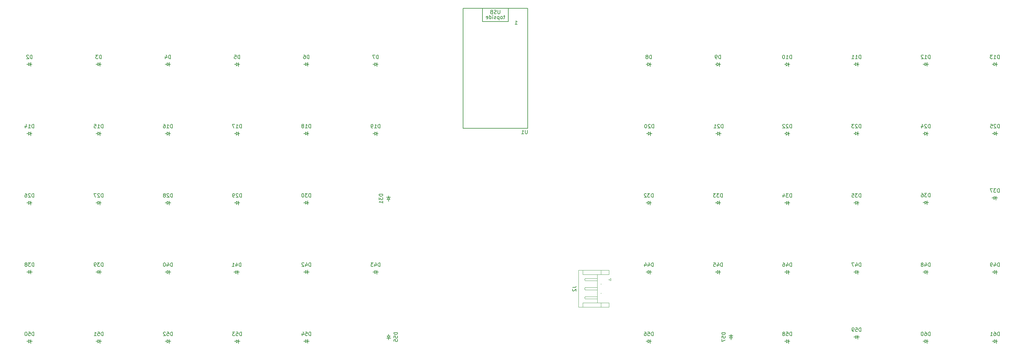
<source format=gbr>
%TF.GenerationSoftware,KiCad,Pcbnew,7.0.8-unknown-202310192121~e85eec2e6b~ubuntu22.04.1*%
%TF.CreationDate,2023-11-07T13:39:59+08:00*%
%TF.ProjectId,Cthulhu,43746875-6c68-4752-9e6b-696361645f70,rev?*%
%TF.SameCoordinates,Original*%
%TF.FileFunction,Legend,Bot*%
%TF.FilePolarity,Positive*%
%FSLAX46Y46*%
G04 Gerber Fmt 4.6, Leading zero omitted, Abs format (unit mm)*
G04 Created by KiCad (PCBNEW 7.0.8-unknown-202310192121~e85eec2e6b~ubuntu22.04.1) date 2023-11-07 13:39:59*
%MOMM*%
%LPD*%
G01*
G04 APERTURE LIST*
%ADD10C,0.150000*%
%ADD11C,0.120000*%
G04 APERTURE END LIST*
D10*
X141580377Y-101904819D02*
X141580377Y-100904819D01*
X141580377Y-100904819D02*
X141342282Y-100904819D01*
X141342282Y-100904819D02*
X141199425Y-100952438D01*
X141199425Y-100952438D02*
X141104187Y-101047676D01*
X141104187Y-101047676D02*
X141056568Y-101142914D01*
X141056568Y-101142914D02*
X141008949Y-101333390D01*
X141008949Y-101333390D02*
X141008949Y-101476247D01*
X141008949Y-101476247D02*
X141056568Y-101666723D01*
X141056568Y-101666723D02*
X141104187Y-101761961D01*
X141104187Y-101761961D02*
X141199425Y-101857200D01*
X141199425Y-101857200D02*
X141342282Y-101904819D01*
X141342282Y-101904819D02*
X141580377Y-101904819D01*
X140675615Y-100904819D02*
X140056568Y-100904819D01*
X140056568Y-100904819D02*
X140389901Y-101285771D01*
X140389901Y-101285771D02*
X140247044Y-101285771D01*
X140247044Y-101285771D02*
X140151806Y-101333390D01*
X140151806Y-101333390D02*
X140104187Y-101381009D01*
X140104187Y-101381009D02*
X140056568Y-101476247D01*
X140056568Y-101476247D02*
X140056568Y-101714342D01*
X140056568Y-101714342D02*
X140104187Y-101809580D01*
X140104187Y-101809580D02*
X140151806Y-101857200D01*
X140151806Y-101857200D02*
X140247044Y-101904819D01*
X140247044Y-101904819D02*
X140532758Y-101904819D01*
X140532758Y-101904819D02*
X140627996Y-101857200D01*
X140627996Y-101857200D02*
X140675615Y-101809580D01*
X139437520Y-100904819D02*
X139342282Y-100904819D01*
X139342282Y-100904819D02*
X139247044Y-100952438D01*
X139247044Y-100952438D02*
X139199425Y-101000057D01*
X139199425Y-101000057D02*
X139151806Y-101095295D01*
X139151806Y-101095295D02*
X139104187Y-101285771D01*
X139104187Y-101285771D02*
X139104187Y-101523866D01*
X139104187Y-101523866D02*
X139151806Y-101714342D01*
X139151806Y-101714342D02*
X139199425Y-101809580D01*
X139199425Y-101809580D02*
X139247044Y-101857200D01*
X139247044Y-101857200D02*
X139342282Y-101904819D01*
X139342282Y-101904819D02*
X139437520Y-101904819D01*
X139437520Y-101904819D02*
X139532758Y-101857200D01*
X139532758Y-101857200D02*
X139580377Y-101809580D01*
X139580377Y-101809580D02*
X139627996Y-101714342D01*
X139627996Y-101714342D02*
X139675615Y-101523866D01*
X139675615Y-101523866D02*
X139675615Y-101285771D01*
X139675615Y-101285771D02*
X139627996Y-101095295D01*
X139627996Y-101095295D02*
X139580377Y-101000057D01*
X139580377Y-101000057D02*
X139532758Y-100952438D01*
X139532758Y-100952438D02*
X139437520Y-100904819D01*
X312005377Y-120979819D02*
X312005377Y-119979819D01*
X312005377Y-119979819D02*
X311767282Y-119979819D01*
X311767282Y-119979819D02*
X311624425Y-120027438D01*
X311624425Y-120027438D02*
X311529187Y-120122676D01*
X311529187Y-120122676D02*
X311481568Y-120217914D01*
X311481568Y-120217914D02*
X311433949Y-120408390D01*
X311433949Y-120408390D02*
X311433949Y-120551247D01*
X311433949Y-120551247D02*
X311481568Y-120741723D01*
X311481568Y-120741723D02*
X311529187Y-120836961D01*
X311529187Y-120836961D02*
X311624425Y-120932200D01*
X311624425Y-120932200D02*
X311767282Y-120979819D01*
X311767282Y-120979819D02*
X312005377Y-120979819D01*
X310576806Y-120313152D02*
X310576806Y-120979819D01*
X310814901Y-119932200D02*
X311052996Y-120646485D01*
X311052996Y-120646485D02*
X310433949Y-120646485D01*
X309910139Y-120408390D02*
X310005377Y-120360771D01*
X310005377Y-120360771D02*
X310052996Y-120313152D01*
X310052996Y-120313152D02*
X310100615Y-120217914D01*
X310100615Y-120217914D02*
X310100615Y-120170295D01*
X310100615Y-120170295D02*
X310052996Y-120075057D01*
X310052996Y-120075057D02*
X310005377Y-120027438D01*
X310005377Y-120027438D02*
X309910139Y-119979819D01*
X309910139Y-119979819D02*
X309719663Y-119979819D01*
X309719663Y-119979819D02*
X309624425Y-120027438D01*
X309624425Y-120027438D02*
X309576806Y-120075057D01*
X309576806Y-120075057D02*
X309529187Y-120170295D01*
X309529187Y-120170295D02*
X309529187Y-120217914D01*
X309529187Y-120217914D02*
X309576806Y-120313152D01*
X309576806Y-120313152D02*
X309624425Y-120360771D01*
X309624425Y-120360771D02*
X309719663Y-120408390D01*
X309719663Y-120408390D02*
X309910139Y-120408390D01*
X309910139Y-120408390D02*
X310005377Y-120456009D01*
X310005377Y-120456009D02*
X310052996Y-120503628D01*
X310052996Y-120503628D02*
X310100615Y-120598866D01*
X310100615Y-120598866D02*
X310100615Y-120789342D01*
X310100615Y-120789342D02*
X310052996Y-120884580D01*
X310052996Y-120884580D02*
X310005377Y-120932200D01*
X310005377Y-120932200D02*
X309910139Y-120979819D01*
X309910139Y-120979819D02*
X309719663Y-120979819D01*
X309719663Y-120979819D02*
X309624425Y-120932200D01*
X309624425Y-120932200D02*
X309576806Y-120884580D01*
X309576806Y-120884580D02*
X309529187Y-120789342D01*
X309529187Y-120789342D02*
X309529187Y-120598866D01*
X309529187Y-120598866D02*
X309576806Y-120503628D01*
X309576806Y-120503628D02*
X309624425Y-120456009D01*
X309624425Y-120456009D02*
X309719663Y-120408390D01*
X141580377Y-82854819D02*
X141580377Y-81854819D01*
X141580377Y-81854819D02*
X141342282Y-81854819D01*
X141342282Y-81854819D02*
X141199425Y-81902438D01*
X141199425Y-81902438D02*
X141104187Y-81997676D01*
X141104187Y-81997676D02*
X141056568Y-82092914D01*
X141056568Y-82092914D02*
X141008949Y-82283390D01*
X141008949Y-82283390D02*
X141008949Y-82426247D01*
X141008949Y-82426247D02*
X141056568Y-82616723D01*
X141056568Y-82616723D02*
X141104187Y-82711961D01*
X141104187Y-82711961D02*
X141199425Y-82807200D01*
X141199425Y-82807200D02*
X141342282Y-82854819D01*
X141342282Y-82854819D02*
X141580377Y-82854819D01*
X140056568Y-82854819D02*
X140627996Y-82854819D01*
X140342282Y-82854819D02*
X140342282Y-81854819D01*
X140342282Y-81854819D02*
X140437520Y-81997676D01*
X140437520Y-81997676D02*
X140532758Y-82092914D01*
X140532758Y-82092914D02*
X140627996Y-82140533D01*
X139485139Y-82283390D02*
X139580377Y-82235771D01*
X139580377Y-82235771D02*
X139627996Y-82188152D01*
X139627996Y-82188152D02*
X139675615Y-82092914D01*
X139675615Y-82092914D02*
X139675615Y-82045295D01*
X139675615Y-82045295D02*
X139627996Y-81950057D01*
X139627996Y-81950057D02*
X139580377Y-81902438D01*
X139580377Y-81902438D02*
X139485139Y-81854819D01*
X139485139Y-81854819D02*
X139294663Y-81854819D01*
X139294663Y-81854819D02*
X139199425Y-81902438D01*
X139199425Y-81902438D02*
X139151806Y-81950057D01*
X139151806Y-81950057D02*
X139104187Y-82045295D01*
X139104187Y-82045295D02*
X139104187Y-82092914D01*
X139104187Y-82092914D02*
X139151806Y-82188152D01*
X139151806Y-82188152D02*
X139199425Y-82235771D01*
X139199425Y-82235771D02*
X139294663Y-82283390D01*
X139294663Y-82283390D02*
X139485139Y-82283390D01*
X139485139Y-82283390D02*
X139580377Y-82331009D01*
X139580377Y-82331009D02*
X139627996Y-82378628D01*
X139627996Y-82378628D02*
X139675615Y-82473866D01*
X139675615Y-82473866D02*
X139675615Y-82664342D01*
X139675615Y-82664342D02*
X139627996Y-82759580D01*
X139627996Y-82759580D02*
X139580377Y-82807200D01*
X139580377Y-82807200D02*
X139485139Y-82854819D01*
X139485139Y-82854819D02*
X139294663Y-82854819D01*
X139294663Y-82854819D02*
X139199425Y-82807200D01*
X139199425Y-82807200D02*
X139151806Y-82759580D01*
X139151806Y-82759580D02*
X139104187Y-82664342D01*
X139104187Y-82664342D02*
X139104187Y-82473866D01*
X139104187Y-82473866D02*
X139151806Y-82378628D01*
X139151806Y-82378628D02*
X139199425Y-82331009D01*
X139199425Y-82331009D02*
X139294663Y-82283390D01*
X331071469Y-82854819D02*
X331071469Y-81854819D01*
X331071469Y-81854819D02*
X330833374Y-81854819D01*
X330833374Y-81854819D02*
X330690517Y-81902438D01*
X330690517Y-81902438D02*
X330595279Y-81997676D01*
X330595279Y-81997676D02*
X330547660Y-82092914D01*
X330547660Y-82092914D02*
X330500041Y-82283390D01*
X330500041Y-82283390D02*
X330500041Y-82426247D01*
X330500041Y-82426247D02*
X330547660Y-82616723D01*
X330547660Y-82616723D02*
X330595279Y-82711961D01*
X330595279Y-82711961D02*
X330690517Y-82807200D01*
X330690517Y-82807200D02*
X330833374Y-82854819D01*
X330833374Y-82854819D02*
X331071469Y-82854819D01*
X330119088Y-81950057D02*
X330071469Y-81902438D01*
X330071469Y-81902438D02*
X329976231Y-81854819D01*
X329976231Y-81854819D02*
X329738136Y-81854819D01*
X329738136Y-81854819D02*
X329642898Y-81902438D01*
X329642898Y-81902438D02*
X329595279Y-81950057D01*
X329595279Y-81950057D02*
X329547660Y-82045295D01*
X329547660Y-82045295D02*
X329547660Y-82140533D01*
X329547660Y-82140533D02*
X329595279Y-82283390D01*
X329595279Y-82283390D02*
X330166707Y-82854819D01*
X330166707Y-82854819D02*
X329547660Y-82854819D01*
X328642898Y-81854819D02*
X329119088Y-81854819D01*
X329119088Y-81854819D02*
X329166707Y-82331009D01*
X329166707Y-82331009D02*
X329119088Y-82283390D01*
X329119088Y-82283390D02*
X329023850Y-82235771D01*
X329023850Y-82235771D02*
X328785755Y-82235771D01*
X328785755Y-82235771D02*
X328690517Y-82283390D01*
X328690517Y-82283390D02*
X328642898Y-82331009D01*
X328642898Y-82331009D02*
X328595279Y-82426247D01*
X328595279Y-82426247D02*
X328595279Y-82664342D01*
X328595279Y-82664342D02*
X328642898Y-82759580D01*
X328642898Y-82759580D02*
X328690517Y-82807200D01*
X328690517Y-82807200D02*
X328785755Y-82854819D01*
X328785755Y-82854819D02*
X329023850Y-82854819D01*
X329023850Y-82854819D02*
X329119088Y-82807200D01*
X329119088Y-82807200D02*
X329166707Y-82759580D01*
X312030377Y-101879819D02*
X312030377Y-100879819D01*
X312030377Y-100879819D02*
X311792282Y-100879819D01*
X311792282Y-100879819D02*
X311649425Y-100927438D01*
X311649425Y-100927438D02*
X311554187Y-101022676D01*
X311554187Y-101022676D02*
X311506568Y-101117914D01*
X311506568Y-101117914D02*
X311458949Y-101308390D01*
X311458949Y-101308390D02*
X311458949Y-101451247D01*
X311458949Y-101451247D02*
X311506568Y-101641723D01*
X311506568Y-101641723D02*
X311554187Y-101736961D01*
X311554187Y-101736961D02*
X311649425Y-101832200D01*
X311649425Y-101832200D02*
X311792282Y-101879819D01*
X311792282Y-101879819D02*
X312030377Y-101879819D01*
X311125615Y-100879819D02*
X310506568Y-100879819D01*
X310506568Y-100879819D02*
X310839901Y-101260771D01*
X310839901Y-101260771D02*
X310697044Y-101260771D01*
X310697044Y-101260771D02*
X310601806Y-101308390D01*
X310601806Y-101308390D02*
X310554187Y-101356009D01*
X310554187Y-101356009D02*
X310506568Y-101451247D01*
X310506568Y-101451247D02*
X310506568Y-101689342D01*
X310506568Y-101689342D02*
X310554187Y-101784580D01*
X310554187Y-101784580D02*
X310601806Y-101832200D01*
X310601806Y-101832200D02*
X310697044Y-101879819D01*
X310697044Y-101879819D02*
X310982758Y-101879819D01*
X310982758Y-101879819D02*
X311077996Y-101832200D01*
X311077996Y-101832200D02*
X311125615Y-101784580D01*
X309649425Y-100879819D02*
X309839901Y-100879819D01*
X309839901Y-100879819D02*
X309935139Y-100927438D01*
X309935139Y-100927438D02*
X309982758Y-100975057D01*
X309982758Y-100975057D02*
X310077996Y-101117914D01*
X310077996Y-101117914D02*
X310125615Y-101308390D01*
X310125615Y-101308390D02*
X310125615Y-101689342D01*
X310125615Y-101689342D02*
X310077996Y-101784580D01*
X310077996Y-101784580D02*
X310030377Y-101832200D01*
X310030377Y-101832200D02*
X309935139Y-101879819D01*
X309935139Y-101879819D02*
X309744663Y-101879819D01*
X309744663Y-101879819D02*
X309649425Y-101832200D01*
X309649425Y-101832200D02*
X309601806Y-101784580D01*
X309601806Y-101784580D02*
X309554187Y-101689342D01*
X309554187Y-101689342D02*
X309554187Y-101451247D01*
X309554187Y-101451247D02*
X309601806Y-101356009D01*
X309601806Y-101356009D02*
X309649425Y-101308390D01*
X309649425Y-101308390D02*
X309744663Y-101260771D01*
X309744663Y-101260771D02*
X309935139Y-101260771D01*
X309935139Y-101260771D02*
X310030377Y-101308390D01*
X310030377Y-101308390D02*
X310077996Y-101356009D01*
X310077996Y-101356009D02*
X310125615Y-101451247D01*
X165471361Y-139160022D02*
X164471361Y-139160022D01*
X164471361Y-139160022D02*
X164471361Y-139398117D01*
X164471361Y-139398117D02*
X164518980Y-139540974D01*
X164518980Y-139540974D02*
X164614218Y-139636212D01*
X164614218Y-139636212D02*
X164709456Y-139683831D01*
X164709456Y-139683831D02*
X164899932Y-139731450D01*
X164899932Y-139731450D02*
X165042789Y-139731450D01*
X165042789Y-139731450D02*
X165233265Y-139683831D01*
X165233265Y-139683831D02*
X165328503Y-139636212D01*
X165328503Y-139636212D02*
X165423742Y-139540974D01*
X165423742Y-139540974D02*
X165471361Y-139398117D01*
X165471361Y-139398117D02*
X165471361Y-139160022D01*
X164471361Y-140636212D02*
X164471361Y-140160022D01*
X164471361Y-140160022D02*
X164947551Y-140112403D01*
X164947551Y-140112403D02*
X164899932Y-140160022D01*
X164899932Y-140160022D02*
X164852313Y-140255260D01*
X164852313Y-140255260D02*
X164852313Y-140493355D01*
X164852313Y-140493355D02*
X164899932Y-140588593D01*
X164899932Y-140588593D02*
X164947551Y-140636212D01*
X164947551Y-140636212D02*
X165042789Y-140683831D01*
X165042789Y-140683831D02*
X165280884Y-140683831D01*
X165280884Y-140683831D02*
X165376122Y-140636212D01*
X165376122Y-140636212D02*
X165423742Y-140588593D01*
X165423742Y-140588593D02*
X165471361Y-140493355D01*
X165471361Y-140493355D02*
X165471361Y-140255260D01*
X165471361Y-140255260D02*
X165423742Y-140160022D01*
X165423742Y-140160022D02*
X165376122Y-140112403D01*
X164471361Y-141588593D02*
X164471361Y-141112403D01*
X164471361Y-141112403D02*
X164947551Y-141064784D01*
X164947551Y-141064784D02*
X164899932Y-141112403D01*
X164899932Y-141112403D02*
X164852313Y-141207641D01*
X164852313Y-141207641D02*
X164852313Y-141445736D01*
X164852313Y-141445736D02*
X164899932Y-141540974D01*
X164899932Y-141540974D02*
X164947551Y-141588593D01*
X164947551Y-141588593D02*
X165042789Y-141636212D01*
X165042789Y-141636212D02*
X165280884Y-141636212D01*
X165280884Y-141636212D02*
X165376122Y-141588593D01*
X165376122Y-141588593D02*
X165423742Y-141540974D01*
X165423742Y-141540974D02*
X165471361Y-141445736D01*
X165471361Y-141445736D02*
X165471361Y-141207641D01*
X165471361Y-141207641D02*
X165423742Y-141112403D01*
X165423742Y-141112403D02*
X165376122Y-141064784D01*
X331055377Y-120979819D02*
X331055377Y-119979819D01*
X331055377Y-119979819D02*
X330817282Y-119979819D01*
X330817282Y-119979819D02*
X330674425Y-120027438D01*
X330674425Y-120027438D02*
X330579187Y-120122676D01*
X330579187Y-120122676D02*
X330531568Y-120217914D01*
X330531568Y-120217914D02*
X330483949Y-120408390D01*
X330483949Y-120408390D02*
X330483949Y-120551247D01*
X330483949Y-120551247D02*
X330531568Y-120741723D01*
X330531568Y-120741723D02*
X330579187Y-120836961D01*
X330579187Y-120836961D02*
X330674425Y-120932200D01*
X330674425Y-120932200D02*
X330817282Y-120979819D01*
X330817282Y-120979819D02*
X331055377Y-120979819D01*
X329626806Y-120313152D02*
X329626806Y-120979819D01*
X329864901Y-119932200D02*
X330102996Y-120646485D01*
X330102996Y-120646485D02*
X329483949Y-120646485D01*
X329055377Y-120979819D02*
X328864901Y-120979819D01*
X328864901Y-120979819D02*
X328769663Y-120932200D01*
X328769663Y-120932200D02*
X328722044Y-120884580D01*
X328722044Y-120884580D02*
X328626806Y-120741723D01*
X328626806Y-120741723D02*
X328579187Y-120551247D01*
X328579187Y-120551247D02*
X328579187Y-120170295D01*
X328579187Y-120170295D02*
X328626806Y-120075057D01*
X328626806Y-120075057D02*
X328674425Y-120027438D01*
X328674425Y-120027438D02*
X328769663Y-119979819D01*
X328769663Y-119979819D02*
X328960139Y-119979819D01*
X328960139Y-119979819D02*
X329055377Y-120027438D01*
X329055377Y-120027438D02*
X329102996Y-120075057D01*
X329102996Y-120075057D02*
X329150615Y-120170295D01*
X329150615Y-120170295D02*
X329150615Y-120408390D01*
X329150615Y-120408390D02*
X329102996Y-120503628D01*
X329102996Y-120503628D02*
X329055377Y-120551247D01*
X329055377Y-120551247D02*
X328960139Y-120598866D01*
X328960139Y-120598866D02*
X328769663Y-120598866D01*
X328769663Y-120598866D02*
X328674425Y-120551247D01*
X328674425Y-120551247D02*
X328626806Y-120503628D01*
X328626806Y-120503628D02*
X328579187Y-120408390D01*
X103505377Y-101929819D02*
X103505377Y-100929819D01*
X103505377Y-100929819D02*
X103267282Y-100929819D01*
X103267282Y-100929819D02*
X103124425Y-100977438D01*
X103124425Y-100977438D02*
X103029187Y-101072676D01*
X103029187Y-101072676D02*
X102981568Y-101167914D01*
X102981568Y-101167914D02*
X102933949Y-101358390D01*
X102933949Y-101358390D02*
X102933949Y-101501247D01*
X102933949Y-101501247D02*
X102981568Y-101691723D01*
X102981568Y-101691723D02*
X103029187Y-101786961D01*
X103029187Y-101786961D02*
X103124425Y-101882200D01*
X103124425Y-101882200D02*
X103267282Y-101929819D01*
X103267282Y-101929819D02*
X103505377Y-101929819D01*
X102552996Y-101025057D02*
X102505377Y-100977438D01*
X102505377Y-100977438D02*
X102410139Y-100929819D01*
X102410139Y-100929819D02*
X102172044Y-100929819D01*
X102172044Y-100929819D02*
X102076806Y-100977438D01*
X102076806Y-100977438D02*
X102029187Y-101025057D01*
X102029187Y-101025057D02*
X101981568Y-101120295D01*
X101981568Y-101120295D02*
X101981568Y-101215533D01*
X101981568Y-101215533D02*
X102029187Y-101358390D01*
X102029187Y-101358390D02*
X102600615Y-101929819D01*
X102600615Y-101929819D02*
X101981568Y-101929819D01*
X101410139Y-101358390D02*
X101505377Y-101310771D01*
X101505377Y-101310771D02*
X101552996Y-101263152D01*
X101552996Y-101263152D02*
X101600615Y-101167914D01*
X101600615Y-101167914D02*
X101600615Y-101120295D01*
X101600615Y-101120295D02*
X101552996Y-101025057D01*
X101552996Y-101025057D02*
X101505377Y-100977438D01*
X101505377Y-100977438D02*
X101410139Y-100929819D01*
X101410139Y-100929819D02*
X101219663Y-100929819D01*
X101219663Y-100929819D02*
X101124425Y-100977438D01*
X101124425Y-100977438D02*
X101076806Y-101025057D01*
X101076806Y-101025057D02*
X101029187Y-101120295D01*
X101029187Y-101120295D02*
X101029187Y-101167914D01*
X101029187Y-101167914D02*
X101076806Y-101263152D01*
X101076806Y-101263152D02*
X101124425Y-101310771D01*
X101124425Y-101310771D02*
X101219663Y-101358390D01*
X101219663Y-101358390D02*
X101410139Y-101358390D01*
X101410139Y-101358390D02*
X101505377Y-101406009D01*
X101505377Y-101406009D02*
X101552996Y-101453628D01*
X101552996Y-101453628D02*
X101600615Y-101548866D01*
X101600615Y-101548866D02*
X101600615Y-101739342D01*
X101600615Y-101739342D02*
X101552996Y-101834580D01*
X101552996Y-101834580D02*
X101505377Y-101882200D01*
X101505377Y-101882200D02*
X101410139Y-101929819D01*
X101410139Y-101929819D02*
X101219663Y-101929819D01*
X101219663Y-101929819D02*
X101124425Y-101882200D01*
X101124425Y-101882200D02*
X101076806Y-101834580D01*
X101076806Y-101834580D02*
X101029187Y-101739342D01*
X101029187Y-101739342D02*
X101029187Y-101548866D01*
X101029187Y-101548866D02*
X101076806Y-101453628D01*
X101076806Y-101453628D02*
X101124425Y-101406009D01*
X101124425Y-101406009D02*
X101219663Y-101358390D01*
X273905377Y-101954819D02*
X273905377Y-100954819D01*
X273905377Y-100954819D02*
X273667282Y-100954819D01*
X273667282Y-100954819D02*
X273524425Y-101002438D01*
X273524425Y-101002438D02*
X273429187Y-101097676D01*
X273429187Y-101097676D02*
X273381568Y-101192914D01*
X273381568Y-101192914D02*
X273333949Y-101383390D01*
X273333949Y-101383390D02*
X273333949Y-101526247D01*
X273333949Y-101526247D02*
X273381568Y-101716723D01*
X273381568Y-101716723D02*
X273429187Y-101811961D01*
X273429187Y-101811961D02*
X273524425Y-101907200D01*
X273524425Y-101907200D02*
X273667282Y-101954819D01*
X273667282Y-101954819D02*
X273905377Y-101954819D01*
X273000615Y-100954819D02*
X272381568Y-100954819D01*
X272381568Y-100954819D02*
X272714901Y-101335771D01*
X272714901Y-101335771D02*
X272572044Y-101335771D01*
X272572044Y-101335771D02*
X272476806Y-101383390D01*
X272476806Y-101383390D02*
X272429187Y-101431009D01*
X272429187Y-101431009D02*
X272381568Y-101526247D01*
X272381568Y-101526247D02*
X272381568Y-101764342D01*
X272381568Y-101764342D02*
X272429187Y-101859580D01*
X272429187Y-101859580D02*
X272476806Y-101907200D01*
X272476806Y-101907200D02*
X272572044Y-101954819D01*
X272572044Y-101954819D02*
X272857758Y-101954819D01*
X272857758Y-101954819D02*
X272952996Y-101907200D01*
X272952996Y-101907200D02*
X273000615Y-101859580D01*
X271524425Y-101288152D02*
X271524425Y-101954819D01*
X271762520Y-100907200D02*
X272000615Y-101621485D01*
X272000615Y-101621485D02*
X271381568Y-101621485D01*
X235948469Y-82879819D02*
X235948469Y-81879819D01*
X235948469Y-81879819D02*
X235710374Y-81879819D01*
X235710374Y-81879819D02*
X235567517Y-81927438D01*
X235567517Y-81927438D02*
X235472279Y-82022676D01*
X235472279Y-82022676D02*
X235424660Y-82117914D01*
X235424660Y-82117914D02*
X235377041Y-82308390D01*
X235377041Y-82308390D02*
X235377041Y-82451247D01*
X235377041Y-82451247D02*
X235424660Y-82641723D01*
X235424660Y-82641723D02*
X235472279Y-82736961D01*
X235472279Y-82736961D02*
X235567517Y-82832200D01*
X235567517Y-82832200D02*
X235710374Y-82879819D01*
X235710374Y-82879819D02*
X235948469Y-82879819D01*
X234996088Y-81975057D02*
X234948469Y-81927438D01*
X234948469Y-81927438D02*
X234853231Y-81879819D01*
X234853231Y-81879819D02*
X234615136Y-81879819D01*
X234615136Y-81879819D02*
X234519898Y-81927438D01*
X234519898Y-81927438D02*
X234472279Y-81975057D01*
X234472279Y-81975057D02*
X234424660Y-82070295D01*
X234424660Y-82070295D02*
X234424660Y-82165533D01*
X234424660Y-82165533D02*
X234472279Y-82308390D01*
X234472279Y-82308390D02*
X235043707Y-82879819D01*
X235043707Y-82879819D02*
X234424660Y-82879819D01*
X233805612Y-81879819D02*
X233710374Y-81879819D01*
X233710374Y-81879819D02*
X233615136Y-81927438D01*
X233615136Y-81927438D02*
X233567517Y-81975057D01*
X233567517Y-81975057D02*
X233519898Y-82070295D01*
X233519898Y-82070295D02*
X233472279Y-82260771D01*
X233472279Y-82260771D02*
X233472279Y-82498866D01*
X233472279Y-82498866D02*
X233519898Y-82689342D01*
X233519898Y-82689342D02*
X233567517Y-82784580D01*
X233567517Y-82784580D02*
X233615136Y-82832200D01*
X233615136Y-82832200D02*
X233710374Y-82879819D01*
X233710374Y-82879819D02*
X233805612Y-82879819D01*
X233805612Y-82879819D02*
X233900850Y-82832200D01*
X233900850Y-82832200D02*
X233948469Y-82784580D01*
X233948469Y-82784580D02*
X233996088Y-82689342D01*
X233996088Y-82689342D02*
X234043707Y-82498866D01*
X234043707Y-82498866D02*
X234043707Y-82260771D01*
X234043707Y-82260771D02*
X233996088Y-82070295D01*
X233996088Y-82070295D02*
X233948469Y-81975057D01*
X233948469Y-81975057D02*
X233900850Y-81927438D01*
X233900850Y-81927438D02*
X233805612Y-81879819D01*
X213595911Y-126766666D02*
X214310196Y-126766666D01*
X214310196Y-126766666D02*
X214453053Y-126719047D01*
X214453053Y-126719047D02*
X214548292Y-126623809D01*
X214548292Y-126623809D02*
X214595911Y-126480952D01*
X214595911Y-126480952D02*
X214595911Y-126385714D01*
X213691149Y-127195238D02*
X213643530Y-127242857D01*
X213643530Y-127242857D02*
X213595911Y-127338095D01*
X213595911Y-127338095D02*
X213595911Y-127576190D01*
X213595911Y-127576190D02*
X213643530Y-127671428D01*
X213643530Y-127671428D02*
X213691149Y-127719047D01*
X213691149Y-127719047D02*
X213786387Y-127766666D01*
X213786387Y-127766666D02*
X213881625Y-127766666D01*
X213881625Y-127766666D02*
X214024482Y-127719047D01*
X214024482Y-127719047D02*
X214595911Y-127147619D01*
X214595911Y-127147619D02*
X214595911Y-127766666D01*
X235830377Y-120979819D02*
X235830377Y-119979819D01*
X235830377Y-119979819D02*
X235592282Y-119979819D01*
X235592282Y-119979819D02*
X235449425Y-120027438D01*
X235449425Y-120027438D02*
X235354187Y-120122676D01*
X235354187Y-120122676D02*
X235306568Y-120217914D01*
X235306568Y-120217914D02*
X235258949Y-120408390D01*
X235258949Y-120408390D02*
X235258949Y-120551247D01*
X235258949Y-120551247D02*
X235306568Y-120741723D01*
X235306568Y-120741723D02*
X235354187Y-120836961D01*
X235354187Y-120836961D02*
X235449425Y-120932200D01*
X235449425Y-120932200D02*
X235592282Y-120979819D01*
X235592282Y-120979819D02*
X235830377Y-120979819D01*
X234401806Y-120313152D02*
X234401806Y-120979819D01*
X234639901Y-119932200D02*
X234877996Y-120646485D01*
X234877996Y-120646485D02*
X234258949Y-120646485D01*
X233449425Y-120313152D02*
X233449425Y-120979819D01*
X233687520Y-119932200D02*
X233925615Y-120646485D01*
X233925615Y-120646485D02*
X233306568Y-120646485D01*
X64904186Y-63804819D02*
X64904186Y-62804819D01*
X64904186Y-62804819D02*
X64666091Y-62804819D01*
X64666091Y-62804819D02*
X64523234Y-62852438D01*
X64523234Y-62852438D02*
X64427996Y-62947676D01*
X64427996Y-62947676D02*
X64380377Y-63042914D01*
X64380377Y-63042914D02*
X64332758Y-63233390D01*
X64332758Y-63233390D02*
X64332758Y-63376247D01*
X64332758Y-63376247D02*
X64380377Y-63566723D01*
X64380377Y-63566723D02*
X64427996Y-63661961D01*
X64427996Y-63661961D02*
X64523234Y-63757200D01*
X64523234Y-63757200D02*
X64666091Y-63804819D01*
X64666091Y-63804819D02*
X64904186Y-63804819D01*
X63951805Y-62900057D02*
X63904186Y-62852438D01*
X63904186Y-62852438D02*
X63808948Y-62804819D01*
X63808948Y-62804819D02*
X63570853Y-62804819D01*
X63570853Y-62804819D02*
X63475615Y-62852438D01*
X63475615Y-62852438D02*
X63427996Y-62900057D01*
X63427996Y-62900057D02*
X63380377Y-62995295D01*
X63380377Y-62995295D02*
X63380377Y-63090533D01*
X63380377Y-63090533D02*
X63427996Y-63233390D01*
X63427996Y-63233390D02*
X63999424Y-63804819D01*
X63999424Y-63804819D02*
X63380377Y-63804819D01*
X103489285Y-120979819D02*
X103489285Y-119979819D01*
X103489285Y-119979819D02*
X103251190Y-119979819D01*
X103251190Y-119979819D02*
X103108333Y-120027438D01*
X103108333Y-120027438D02*
X103013095Y-120122676D01*
X103013095Y-120122676D02*
X102965476Y-120217914D01*
X102965476Y-120217914D02*
X102917857Y-120408390D01*
X102917857Y-120408390D02*
X102917857Y-120551247D01*
X102917857Y-120551247D02*
X102965476Y-120741723D01*
X102965476Y-120741723D02*
X103013095Y-120836961D01*
X103013095Y-120836961D02*
X103108333Y-120932200D01*
X103108333Y-120932200D02*
X103251190Y-120979819D01*
X103251190Y-120979819D02*
X103489285Y-120979819D01*
X102060714Y-120313152D02*
X102060714Y-120979819D01*
X102298809Y-119932200D02*
X102536904Y-120646485D01*
X102536904Y-120646485D02*
X101917857Y-120646485D01*
X101346428Y-119979819D02*
X101251190Y-119979819D01*
X101251190Y-119979819D02*
X101155952Y-120027438D01*
X101155952Y-120027438D02*
X101108333Y-120075057D01*
X101108333Y-120075057D02*
X101060714Y-120170295D01*
X101060714Y-120170295D02*
X101013095Y-120360771D01*
X101013095Y-120360771D02*
X101013095Y-120598866D01*
X101013095Y-120598866D02*
X101060714Y-120789342D01*
X101060714Y-120789342D02*
X101108333Y-120884580D01*
X101108333Y-120884580D02*
X101155952Y-120932200D01*
X101155952Y-120932200D02*
X101251190Y-120979819D01*
X101251190Y-120979819D02*
X101346428Y-120979819D01*
X101346428Y-120979819D02*
X101441666Y-120932200D01*
X101441666Y-120932200D02*
X101489285Y-120884580D01*
X101489285Y-120884580D02*
X101536904Y-120789342D01*
X101536904Y-120789342D02*
X101584523Y-120598866D01*
X101584523Y-120598866D02*
X101584523Y-120360771D01*
X101584523Y-120360771D02*
X101536904Y-120170295D01*
X101536904Y-120170295D02*
X101489285Y-120075057D01*
X101489285Y-120075057D02*
X101441666Y-120027438D01*
X101441666Y-120027438D02*
X101346428Y-119979819D01*
X141104186Y-63804819D02*
X141104186Y-62804819D01*
X141104186Y-62804819D02*
X140866091Y-62804819D01*
X140866091Y-62804819D02*
X140723234Y-62852438D01*
X140723234Y-62852438D02*
X140627996Y-62947676D01*
X140627996Y-62947676D02*
X140580377Y-63042914D01*
X140580377Y-63042914D02*
X140532758Y-63233390D01*
X140532758Y-63233390D02*
X140532758Y-63376247D01*
X140532758Y-63376247D02*
X140580377Y-63566723D01*
X140580377Y-63566723D02*
X140627996Y-63661961D01*
X140627996Y-63661961D02*
X140723234Y-63757200D01*
X140723234Y-63757200D02*
X140866091Y-63804819D01*
X140866091Y-63804819D02*
X141104186Y-63804819D01*
X139675615Y-62804819D02*
X139866091Y-62804819D01*
X139866091Y-62804819D02*
X139961329Y-62852438D01*
X139961329Y-62852438D02*
X140008948Y-62900057D01*
X140008948Y-62900057D02*
X140104186Y-63042914D01*
X140104186Y-63042914D02*
X140151805Y-63233390D01*
X140151805Y-63233390D02*
X140151805Y-63614342D01*
X140151805Y-63614342D02*
X140104186Y-63709580D01*
X140104186Y-63709580D02*
X140056567Y-63757200D01*
X140056567Y-63757200D02*
X139961329Y-63804819D01*
X139961329Y-63804819D02*
X139770853Y-63804819D01*
X139770853Y-63804819D02*
X139675615Y-63757200D01*
X139675615Y-63757200D02*
X139627996Y-63709580D01*
X139627996Y-63709580D02*
X139580377Y-63614342D01*
X139580377Y-63614342D02*
X139580377Y-63376247D01*
X139580377Y-63376247D02*
X139627996Y-63281009D01*
X139627996Y-63281009D02*
X139675615Y-63233390D01*
X139675615Y-63233390D02*
X139770853Y-63185771D01*
X139770853Y-63185771D02*
X139961329Y-63185771D01*
X139961329Y-63185771D02*
X140056567Y-63233390D01*
X140056567Y-63233390D02*
X140104186Y-63281009D01*
X140104186Y-63281009D02*
X140151805Y-63376247D01*
X122530377Y-101929819D02*
X122530377Y-100929819D01*
X122530377Y-100929819D02*
X122292282Y-100929819D01*
X122292282Y-100929819D02*
X122149425Y-100977438D01*
X122149425Y-100977438D02*
X122054187Y-101072676D01*
X122054187Y-101072676D02*
X122006568Y-101167914D01*
X122006568Y-101167914D02*
X121958949Y-101358390D01*
X121958949Y-101358390D02*
X121958949Y-101501247D01*
X121958949Y-101501247D02*
X122006568Y-101691723D01*
X122006568Y-101691723D02*
X122054187Y-101786961D01*
X122054187Y-101786961D02*
X122149425Y-101882200D01*
X122149425Y-101882200D02*
X122292282Y-101929819D01*
X122292282Y-101929819D02*
X122530377Y-101929819D01*
X121577996Y-101025057D02*
X121530377Y-100977438D01*
X121530377Y-100977438D02*
X121435139Y-100929819D01*
X121435139Y-100929819D02*
X121197044Y-100929819D01*
X121197044Y-100929819D02*
X121101806Y-100977438D01*
X121101806Y-100977438D02*
X121054187Y-101025057D01*
X121054187Y-101025057D02*
X121006568Y-101120295D01*
X121006568Y-101120295D02*
X121006568Y-101215533D01*
X121006568Y-101215533D02*
X121054187Y-101358390D01*
X121054187Y-101358390D02*
X121625615Y-101929819D01*
X121625615Y-101929819D02*
X121006568Y-101929819D01*
X120530377Y-101929819D02*
X120339901Y-101929819D01*
X120339901Y-101929819D02*
X120244663Y-101882200D01*
X120244663Y-101882200D02*
X120197044Y-101834580D01*
X120197044Y-101834580D02*
X120101806Y-101691723D01*
X120101806Y-101691723D02*
X120054187Y-101501247D01*
X120054187Y-101501247D02*
X120054187Y-101120295D01*
X120054187Y-101120295D02*
X120101806Y-101025057D01*
X120101806Y-101025057D02*
X120149425Y-100977438D01*
X120149425Y-100977438D02*
X120244663Y-100929819D01*
X120244663Y-100929819D02*
X120435139Y-100929819D01*
X120435139Y-100929819D02*
X120530377Y-100977438D01*
X120530377Y-100977438D02*
X120577996Y-101025057D01*
X120577996Y-101025057D02*
X120625615Y-101120295D01*
X120625615Y-101120295D02*
X120625615Y-101358390D01*
X120625615Y-101358390D02*
X120577996Y-101453628D01*
X120577996Y-101453628D02*
X120530377Y-101501247D01*
X120530377Y-101501247D02*
X120435139Y-101548866D01*
X120435139Y-101548866D02*
X120244663Y-101548866D01*
X120244663Y-101548866D02*
X120149425Y-101501247D01*
X120149425Y-101501247D02*
X120101806Y-101453628D01*
X120101806Y-101453628D02*
X120054187Y-101358390D01*
X273905377Y-120979819D02*
X273905377Y-119979819D01*
X273905377Y-119979819D02*
X273667282Y-119979819D01*
X273667282Y-119979819D02*
X273524425Y-120027438D01*
X273524425Y-120027438D02*
X273429187Y-120122676D01*
X273429187Y-120122676D02*
X273381568Y-120217914D01*
X273381568Y-120217914D02*
X273333949Y-120408390D01*
X273333949Y-120408390D02*
X273333949Y-120551247D01*
X273333949Y-120551247D02*
X273381568Y-120741723D01*
X273381568Y-120741723D02*
X273429187Y-120836961D01*
X273429187Y-120836961D02*
X273524425Y-120932200D01*
X273524425Y-120932200D02*
X273667282Y-120979819D01*
X273667282Y-120979819D02*
X273905377Y-120979819D01*
X272476806Y-120313152D02*
X272476806Y-120979819D01*
X272714901Y-119932200D02*
X272952996Y-120646485D01*
X272952996Y-120646485D02*
X272333949Y-120646485D01*
X271524425Y-119979819D02*
X271714901Y-119979819D01*
X271714901Y-119979819D02*
X271810139Y-120027438D01*
X271810139Y-120027438D02*
X271857758Y-120075057D01*
X271857758Y-120075057D02*
X271952996Y-120217914D01*
X271952996Y-120217914D02*
X272000615Y-120408390D01*
X272000615Y-120408390D02*
X272000615Y-120789342D01*
X272000615Y-120789342D02*
X271952996Y-120884580D01*
X271952996Y-120884580D02*
X271905377Y-120932200D01*
X271905377Y-120932200D02*
X271810139Y-120979819D01*
X271810139Y-120979819D02*
X271619663Y-120979819D01*
X271619663Y-120979819D02*
X271524425Y-120932200D01*
X271524425Y-120932200D02*
X271476806Y-120884580D01*
X271476806Y-120884580D02*
X271429187Y-120789342D01*
X271429187Y-120789342D02*
X271429187Y-120551247D01*
X271429187Y-120551247D02*
X271476806Y-120456009D01*
X271476806Y-120456009D02*
X271524425Y-120408390D01*
X271524425Y-120408390D02*
X271619663Y-120360771D01*
X271619663Y-120360771D02*
X271810139Y-120360771D01*
X271810139Y-120360771D02*
X271905377Y-120408390D01*
X271905377Y-120408390D02*
X271952996Y-120456009D01*
X271952996Y-120456009D02*
X272000615Y-120551247D01*
X312021469Y-63804819D02*
X312021469Y-62804819D01*
X312021469Y-62804819D02*
X311783374Y-62804819D01*
X311783374Y-62804819D02*
X311640517Y-62852438D01*
X311640517Y-62852438D02*
X311545279Y-62947676D01*
X311545279Y-62947676D02*
X311497660Y-63042914D01*
X311497660Y-63042914D02*
X311450041Y-63233390D01*
X311450041Y-63233390D02*
X311450041Y-63376247D01*
X311450041Y-63376247D02*
X311497660Y-63566723D01*
X311497660Y-63566723D02*
X311545279Y-63661961D01*
X311545279Y-63661961D02*
X311640517Y-63757200D01*
X311640517Y-63757200D02*
X311783374Y-63804819D01*
X311783374Y-63804819D02*
X312021469Y-63804819D01*
X310497660Y-63804819D02*
X311069088Y-63804819D01*
X310783374Y-63804819D02*
X310783374Y-62804819D01*
X310783374Y-62804819D02*
X310878612Y-62947676D01*
X310878612Y-62947676D02*
X310973850Y-63042914D01*
X310973850Y-63042914D02*
X311069088Y-63090533D01*
X310116707Y-62900057D02*
X310069088Y-62852438D01*
X310069088Y-62852438D02*
X309973850Y-62804819D01*
X309973850Y-62804819D02*
X309735755Y-62804819D01*
X309735755Y-62804819D02*
X309640517Y-62852438D01*
X309640517Y-62852438D02*
X309592898Y-62900057D01*
X309592898Y-62900057D02*
X309545279Y-62995295D01*
X309545279Y-62995295D02*
X309545279Y-63090533D01*
X309545279Y-63090533D02*
X309592898Y-63233390D01*
X309592898Y-63233390D02*
X310164326Y-63804819D01*
X310164326Y-63804819D02*
X309545279Y-63804819D01*
X201169312Y-83474819D02*
X201169312Y-84284342D01*
X201169312Y-84284342D02*
X201121693Y-84379580D01*
X201121693Y-84379580D02*
X201074074Y-84427200D01*
X201074074Y-84427200D02*
X200978836Y-84474819D01*
X200978836Y-84474819D02*
X200788360Y-84474819D01*
X200788360Y-84474819D02*
X200693122Y-84427200D01*
X200693122Y-84427200D02*
X200645503Y-84379580D01*
X200645503Y-84379580D02*
X200597884Y-84284342D01*
X200597884Y-84284342D02*
X200597884Y-83474819D01*
X199597884Y-84474819D02*
X200169312Y-84474819D01*
X199883598Y-84474819D02*
X199883598Y-83474819D01*
X199883598Y-83474819D02*
X199978836Y-83617676D01*
X199978836Y-83617676D02*
X200074074Y-83712914D01*
X200074074Y-83712914D02*
X200169312Y-83760533D01*
X197795377Y-54367319D02*
X198366805Y-54367319D01*
X198081091Y-54367319D02*
X198081091Y-53367319D01*
X198081091Y-53367319D02*
X198176329Y-53510176D01*
X198176329Y-53510176D02*
X198271567Y-53605414D01*
X198271567Y-53605414D02*
X198366805Y-53653033D01*
X194985139Y-52183152D02*
X194604187Y-52183152D01*
X194842282Y-51849819D02*
X194842282Y-52706961D01*
X194842282Y-52706961D02*
X194794663Y-52802200D01*
X194794663Y-52802200D02*
X194699425Y-52849819D01*
X194699425Y-52849819D02*
X194604187Y-52849819D01*
X194127996Y-52849819D02*
X194223234Y-52802200D01*
X194223234Y-52802200D02*
X194270853Y-52754580D01*
X194270853Y-52754580D02*
X194318472Y-52659342D01*
X194318472Y-52659342D02*
X194318472Y-52373628D01*
X194318472Y-52373628D02*
X194270853Y-52278390D01*
X194270853Y-52278390D02*
X194223234Y-52230771D01*
X194223234Y-52230771D02*
X194127996Y-52183152D01*
X194127996Y-52183152D02*
X193985139Y-52183152D01*
X193985139Y-52183152D02*
X193889901Y-52230771D01*
X193889901Y-52230771D02*
X193842282Y-52278390D01*
X193842282Y-52278390D02*
X193794663Y-52373628D01*
X193794663Y-52373628D02*
X193794663Y-52659342D01*
X193794663Y-52659342D02*
X193842282Y-52754580D01*
X193842282Y-52754580D02*
X193889901Y-52802200D01*
X193889901Y-52802200D02*
X193985139Y-52849819D01*
X193985139Y-52849819D02*
X194127996Y-52849819D01*
X193366091Y-52183152D02*
X193366091Y-53183152D01*
X193366091Y-52230771D02*
X193270853Y-52183152D01*
X193270853Y-52183152D02*
X193080377Y-52183152D01*
X193080377Y-52183152D02*
X192985139Y-52230771D01*
X192985139Y-52230771D02*
X192937520Y-52278390D01*
X192937520Y-52278390D02*
X192889901Y-52373628D01*
X192889901Y-52373628D02*
X192889901Y-52659342D01*
X192889901Y-52659342D02*
X192937520Y-52754580D01*
X192937520Y-52754580D02*
X192985139Y-52802200D01*
X192985139Y-52802200D02*
X193080377Y-52849819D01*
X193080377Y-52849819D02*
X193270853Y-52849819D01*
X193270853Y-52849819D02*
X193366091Y-52802200D01*
X192508948Y-52802200D02*
X192413710Y-52849819D01*
X192413710Y-52849819D02*
X192223234Y-52849819D01*
X192223234Y-52849819D02*
X192127996Y-52802200D01*
X192127996Y-52802200D02*
X192080377Y-52706961D01*
X192080377Y-52706961D02*
X192080377Y-52659342D01*
X192080377Y-52659342D02*
X192127996Y-52564104D01*
X192127996Y-52564104D02*
X192223234Y-52516485D01*
X192223234Y-52516485D02*
X192366091Y-52516485D01*
X192366091Y-52516485D02*
X192461329Y-52468866D01*
X192461329Y-52468866D02*
X192508948Y-52373628D01*
X192508948Y-52373628D02*
X192508948Y-52326009D01*
X192508948Y-52326009D02*
X192461329Y-52230771D01*
X192461329Y-52230771D02*
X192366091Y-52183152D01*
X192366091Y-52183152D02*
X192223234Y-52183152D01*
X192223234Y-52183152D02*
X192127996Y-52230771D01*
X191651805Y-52849819D02*
X191651805Y-52183152D01*
X191651805Y-51849819D02*
X191699424Y-51897438D01*
X191699424Y-51897438D02*
X191651805Y-51945057D01*
X191651805Y-51945057D02*
X191604186Y-51897438D01*
X191604186Y-51897438D02*
X191651805Y-51849819D01*
X191651805Y-51849819D02*
X191651805Y-51945057D01*
X190747044Y-52849819D02*
X190747044Y-51849819D01*
X190747044Y-52802200D02*
X190842282Y-52849819D01*
X190842282Y-52849819D02*
X191032758Y-52849819D01*
X191032758Y-52849819D02*
X191127996Y-52802200D01*
X191127996Y-52802200D02*
X191175615Y-52754580D01*
X191175615Y-52754580D02*
X191223234Y-52659342D01*
X191223234Y-52659342D02*
X191223234Y-52373628D01*
X191223234Y-52373628D02*
X191175615Y-52278390D01*
X191175615Y-52278390D02*
X191127996Y-52230771D01*
X191127996Y-52230771D02*
X191032758Y-52183152D01*
X191032758Y-52183152D02*
X190842282Y-52183152D01*
X190842282Y-52183152D02*
X190747044Y-52230771D01*
X189889901Y-52802200D02*
X189985139Y-52849819D01*
X189985139Y-52849819D02*
X190175615Y-52849819D01*
X190175615Y-52849819D02*
X190270853Y-52802200D01*
X190270853Y-52802200D02*
X190318472Y-52706961D01*
X190318472Y-52706961D02*
X190318472Y-52326009D01*
X190318472Y-52326009D02*
X190270853Y-52230771D01*
X190270853Y-52230771D02*
X190175615Y-52183152D01*
X190175615Y-52183152D02*
X189985139Y-52183152D01*
X189985139Y-52183152D02*
X189889901Y-52230771D01*
X189889901Y-52230771D02*
X189842282Y-52326009D01*
X189842282Y-52326009D02*
X189842282Y-52421247D01*
X189842282Y-52421247D02*
X190318472Y-52516485D01*
X193627996Y-50449819D02*
X193627996Y-51259342D01*
X193627996Y-51259342D02*
X193580377Y-51354580D01*
X193580377Y-51354580D02*
X193532758Y-51402200D01*
X193532758Y-51402200D02*
X193437520Y-51449819D01*
X193437520Y-51449819D02*
X193247044Y-51449819D01*
X193247044Y-51449819D02*
X193151806Y-51402200D01*
X193151806Y-51402200D02*
X193104187Y-51354580D01*
X193104187Y-51354580D02*
X193056568Y-51259342D01*
X193056568Y-51259342D02*
X193056568Y-50449819D01*
X192627996Y-51402200D02*
X192485139Y-51449819D01*
X192485139Y-51449819D02*
X192247044Y-51449819D01*
X192247044Y-51449819D02*
X192151806Y-51402200D01*
X192151806Y-51402200D02*
X192104187Y-51354580D01*
X192104187Y-51354580D02*
X192056568Y-51259342D01*
X192056568Y-51259342D02*
X192056568Y-51164104D01*
X192056568Y-51164104D02*
X192104187Y-51068866D01*
X192104187Y-51068866D02*
X192151806Y-51021247D01*
X192151806Y-51021247D02*
X192247044Y-50973628D01*
X192247044Y-50973628D02*
X192437520Y-50926009D01*
X192437520Y-50926009D02*
X192532758Y-50878390D01*
X192532758Y-50878390D02*
X192580377Y-50830771D01*
X192580377Y-50830771D02*
X192627996Y-50735533D01*
X192627996Y-50735533D02*
X192627996Y-50640295D01*
X192627996Y-50640295D02*
X192580377Y-50545057D01*
X192580377Y-50545057D02*
X192532758Y-50497438D01*
X192532758Y-50497438D02*
X192437520Y-50449819D01*
X192437520Y-50449819D02*
X192199425Y-50449819D01*
X192199425Y-50449819D02*
X192056568Y-50497438D01*
X191294663Y-50926009D02*
X191151806Y-50973628D01*
X191151806Y-50973628D02*
X191104187Y-51021247D01*
X191104187Y-51021247D02*
X191056568Y-51116485D01*
X191056568Y-51116485D02*
X191056568Y-51259342D01*
X191056568Y-51259342D02*
X191104187Y-51354580D01*
X191104187Y-51354580D02*
X191151806Y-51402200D01*
X191151806Y-51402200D02*
X191247044Y-51449819D01*
X191247044Y-51449819D02*
X191627996Y-51449819D01*
X191627996Y-51449819D02*
X191627996Y-50449819D01*
X191627996Y-50449819D02*
X191294663Y-50449819D01*
X191294663Y-50449819D02*
X191199425Y-50497438D01*
X191199425Y-50497438D02*
X191151806Y-50545057D01*
X191151806Y-50545057D02*
X191104187Y-50640295D01*
X191104187Y-50640295D02*
X191104187Y-50735533D01*
X191104187Y-50735533D02*
X191151806Y-50830771D01*
X191151806Y-50830771D02*
X191199425Y-50878390D01*
X191199425Y-50878390D02*
X191294663Y-50926009D01*
X191294663Y-50926009D02*
X191627996Y-50926009D01*
X235805377Y-140029819D02*
X235805377Y-139029819D01*
X235805377Y-139029819D02*
X235567282Y-139029819D01*
X235567282Y-139029819D02*
X235424425Y-139077438D01*
X235424425Y-139077438D02*
X235329187Y-139172676D01*
X235329187Y-139172676D02*
X235281568Y-139267914D01*
X235281568Y-139267914D02*
X235233949Y-139458390D01*
X235233949Y-139458390D02*
X235233949Y-139601247D01*
X235233949Y-139601247D02*
X235281568Y-139791723D01*
X235281568Y-139791723D02*
X235329187Y-139886961D01*
X235329187Y-139886961D02*
X235424425Y-139982200D01*
X235424425Y-139982200D02*
X235567282Y-140029819D01*
X235567282Y-140029819D02*
X235805377Y-140029819D01*
X234329187Y-139029819D02*
X234805377Y-139029819D01*
X234805377Y-139029819D02*
X234852996Y-139506009D01*
X234852996Y-139506009D02*
X234805377Y-139458390D01*
X234805377Y-139458390D02*
X234710139Y-139410771D01*
X234710139Y-139410771D02*
X234472044Y-139410771D01*
X234472044Y-139410771D02*
X234376806Y-139458390D01*
X234376806Y-139458390D02*
X234329187Y-139506009D01*
X234329187Y-139506009D02*
X234281568Y-139601247D01*
X234281568Y-139601247D02*
X234281568Y-139839342D01*
X234281568Y-139839342D02*
X234329187Y-139934580D01*
X234329187Y-139934580D02*
X234376806Y-139982200D01*
X234376806Y-139982200D02*
X234472044Y-140029819D01*
X234472044Y-140029819D02*
X234710139Y-140029819D01*
X234710139Y-140029819D02*
X234805377Y-139982200D01*
X234805377Y-139982200D02*
X234852996Y-139934580D01*
X233424425Y-139029819D02*
X233614901Y-139029819D01*
X233614901Y-139029819D02*
X233710139Y-139077438D01*
X233710139Y-139077438D02*
X233757758Y-139125057D01*
X233757758Y-139125057D02*
X233852996Y-139267914D01*
X233852996Y-139267914D02*
X233900615Y-139458390D01*
X233900615Y-139458390D02*
X233900615Y-139839342D01*
X233900615Y-139839342D02*
X233852996Y-139934580D01*
X233852996Y-139934580D02*
X233805377Y-139982200D01*
X233805377Y-139982200D02*
X233710139Y-140029819D01*
X233710139Y-140029819D02*
X233519663Y-140029819D01*
X233519663Y-140029819D02*
X233424425Y-139982200D01*
X233424425Y-139982200D02*
X233376806Y-139934580D01*
X233376806Y-139934580D02*
X233329187Y-139839342D01*
X233329187Y-139839342D02*
X233329187Y-139601247D01*
X233329187Y-139601247D02*
X233376806Y-139506009D01*
X233376806Y-139506009D02*
X233424425Y-139458390D01*
X233424425Y-139458390D02*
X233519663Y-139410771D01*
X233519663Y-139410771D02*
X233710139Y-139410771D01*
X233710139Y-139410771D02*
X233805377Y-139458390D01*
X233805377Y-139458390D02*
X233852996Y-139506009D01*
X233852996Y-139506009D02*
X233900615Y-139601247D01*
X122530377Y-82879819D02*
X122530377Y-81879819D01*
X122530377Y-81879819D02*
X122292282Y-81879819D01*
X122292282Y-81879819D02*
X122149425Y-81927438D01*
X122149425Y-81927438D02*
X122054187Y-82022676D01*
X122054187Y-82022676D02*
X122006568Y-82117914D01*
X122006568Y-82117914D02*
X121958949Y-82308390D01*
X121958949Y-82308390D02*
X121958949Y-82451247D01*
X121958949Y-82451247D02*
X122006568Y-82641723D01*
X122006568Y-82641723D02*
X122054187Y-82736961D01*
X122054187Y-82736961D02*
X122149425Y-82832200D01*
X122149425Y-82832200D02*
X122292282Y-82879819D01*
X122292282Y-82879819D02*
X122530377Y-82879819D01*
X121006568Y-82879819D02*
X121577996Y-82879819D01*
X121292282Y-82879819D02*
X121292282Y-81879819D01*
X121292282Y-81879819D02*
X121387520Y-82022676D01*
X121387520Y-82022676D02*
X121482758Y-82117914D01*
X121482758Y-82117914D02*
X121577996Y-82165533D01*
X120673234Y-81879819D02*
X120006568Y-81879819D01*
X120006568Y-81879819D02*
X120435139Y-82879819D01*
X65381193Y-101926851D02*
X65381193Y-100926851D01*
X65381193Y-100926851D02*
X65143098Y-100926851D01*
X65143098Y-100926851D02*
X65000241Y-100974470D01*
X65000241Y-100974470D02*
X64905003Y-101069708D01*
X64905003Y-101069708D02*
X64857384Y-101164946D01*
X64857384Y-101164946D02*
X64809765Y-101355422D01*
X64809765Y-101355422D02*
X64809765Y-101498279D01*
X64809765Y-101498279D02*
X64857384Y-101688755D01*
X64857384Y-101688755D02*
X64905003Y-101783993D01*
X64905003Y-101783993D02*
X65000241Y-101879232D01*
X65000241Y-101879232D02*
X65143098Y-101926851D01*
X65143098Y-101926851D02*
X65381193Y-101926851D01*
X64428812Y-101022089D02*
X64381193Y-100974470D01*
X64381193Y-100974470D02*
X64285955Y-100926851D01*
X64285955Y-100926851D02*
X64047860Y-100926851D01*
X64047860Y-100926851D02*
X63952622Y-100974470D01*
X63952622Y-100974470D02*
X63905003Y-101022089D01*
X63905003Y-101022089D02*
X63857384Y-101117327D01*
X63857384Y-101117327D02*
X63857384Y-101212565D01*
X63857384Y-101212565D02*
X63905003Y-101355422D01*
X63905003Y-101355422D02*
X64476431Y-101926851D01*
X64476431Y-101926851D02*
X63857384Y-101926851D01*
X63000241Y-100926851D02*
X63190717Y-100926851D01*
X63190717Y-100926851D02*
X63285955Y-100974470D01*
X63285955Y-100974470D02*
X63333574Y-101022089D01*
X63333574Y-101022089D02*
X63428812Y-101164946D01*
X63428812Y-101164946D02*
X63476431Y-101355422D01*
X63476431Y-101355422D02*
X63476431Y-101736374D01*
X63476431Y-101736374D02*
X63428812Y-101831612D01*
X63428812Y-101831612D02*
X63381193Y-101879232D01*
X63381193Y-101879232D02*
X63285955Y-101926851D01*
X63285955Y-101926851D02*
X63095479Y-101926851D01*
X63095479Y-101926851D02*
X63000241Y-101879232D01*
X63000241Y-101879232D02*
X62952622Y-101831612D01*
X62952622Y-101831612D02*
X62905003Y-101736374D01*
X62905003Y-101736374D02*
X62905003Y-101498279D01*
X62905003Y-101498279D02*
X62952622Y-101403041D01*
X62952622Y-101403041D02*
X63000241Y-101355422D01*
X63000241Y-101355422D02*
X63095479Y-101307803D01*
X63095479Y-101307803D02*
X63285955Y-101307803D01*
X63285955Y-101307803D02*
X63381193Y-101355422D01*
X63381193Y-101355422D02*
X63428812Y-101403041D01*
X63428812Y-101403041D02*
X63476431Y-101498279D01*
X312005377Y-140029819D02*
X312005377Y-139029819D01*
X312005377Y-139029819D02*
X311767282Y-139029819D01*
X311767282Y-139029819D02*
X311624425Y-139077438D01*
X311624425Y-139077438D02*
X311529187Y-139172676D01*
X311529187Y-139172676D02*
X311481568Y-139267914D01*
X311481568Y-139267914D02*
X311433949Y-139458390D01*
X311433949Y-139458390D02*
X311433949Y-139601247D01*
X311433949Y-139601247D02*
X311481568Y-139791723D01*
X311481568Y-139791723D02*
X311529187Y-139886961D01*
X311529187Y-139886961D02*
X311624425Y-139982200D01*
X311624425Y-139982200D02*
X311767282Y-140029819D01*
X311767282Y-140029819D02*
X312005377Y-140029819D01*
X310576806Y-139029819D02*
X310767282Y-139029819D01*
X310767282Y-139029819D02*
X310862520Y-139077438D01*
X310862520Y-139077438D02*
X310910139Y-139125057D01*
X310910139Y-139125057D02*
X311005377Y-139267914D01*
X311005377Y-139267914D02*
X311052996Y-139458390D01*
X311052996Y-139458390D02*
X311052996Y-139839342D01*
X311052996Y-139839342D02*
X311005377Y-139934580D01*
X311005377Y-139934580D02*
X310957758Y-139982200D01*
X310957758Y-139982200D02*
X310862520Y-140029819D01*
X310862520Y-140029819D02*
X310672044Y-140029819D01*
X310672044Y-140029819D02*
X310576806Y-139982200D01*
X310576806Y-139982200D02*
X310529187Y-139934580D01*
X310529187Y-139934580D02*
X310481568Y-139839342D01*
X310481568Y-139839342D02*
X310481568Y-139601247D01*
X310481568Y-139601247D02*
X310529187Y-139506009D01*
X310529187Y-139506009D02*
X310576806Y-139458390D01*
X310576806Y-139458390D02*
X310672044Y-139410771D01*
X310672044Y-139410771D02*
X310862520Y-139410771D01*
X310862520Y-139410771D02*
X310957758Y-139458390D01*
X310957758Y-139458390D02*
X311005377Y-139506009D01*
X311005377Y-139506009D02*
X311052996Y-139601247D01*
X309862520Y-139029819D02*
X309767282Y-139029819D01*
X309767282Y-139029819D02*
X309672044Y-139077438D01*
X309672044Y-139077438D02*
X309624425Y-139125057D01*
X309624425Y-139125057D02*
X309576806Y-139220295D01*
X309576806Y-139220295D02*
X309529187Y-139410771D01*
X309529187Y-139410771D02*
X309529187Y-139648866D01*
X309529187Y-139648866D02*
X309576806Y-139839342D01*
X309576806Y-139839342D02*
X309624425Y-139934580D01*
X309624425Y-139934580D02*
X309672044Y-139982200D01*
X309672044Y-139982200D02*
X309767282Y-140029819D01*
X309767282Y-140029819D02*
X309862520Y-140029819D01*
X309862520Y-140029819D02*
X309957758Y-139982200D01*
X309957758Y-139982200D02*
X310005377Y-139934580D01*
X310005377Y-139934580D02*
X310052996Y-139839342D01*
X310052996Y-139839342D02*
X310100615Y-139648866D01*
X310100615Y-139648866D02*
X310100615Y-139410771D01*
X310100615Y-139410771D02*
X310052996Y-139220295D01*
X310052996Y-139220295D02*
X310005377Y-139125057D01*
X310005377Y-139125057D02*
X309957758Y-139077438D01*
X309957758Y-139077438D02*
X309862520Y-139029819D01*
X84430377Y-101929819D02*
X84430377Y-100929819D01*
X84430377Y-100929819D02*
X84192282Y-100929819D01*
X84192282Y-100929819D02*
X84049425Y-100977438D01*
X84049425Y-100977438D02*
X83954187Y-101072676D01*
X83954187Y-101072676D02*
X83906568Y-101167914D01*
X83906568Y-101167914D02*
X83858949Y-101358390D01*
X83858949Y-101358390D02*
X83858949Y-101501247D01*
X83858949Y-101501247D02*
X83906568Y-101691723D01*
X83906568Y-101691723D02*
X83954187Y-101786961D01*
X83954187Y-101786961D02*
X84049425Y-101882200D01*
X84049425Y-101882200D02*
X84192282Y-101929819D01*
X84192282Y-101929819D02*
X84430377Y-101929819D01*
X83477996Y-101025057D02*
X83430377Y-100977438D01*
X83430377Y-100977438D02*
X83335139Y-100929819D01*
X83335139Y-100929819D02*
X83097044Y-100929819D01*
X83097044Y-100929819D02*
X83001806Y-100977438D01*
X83001806Y-100977438D02*
X82954187Y-101025057D01*
X82954187Y-101025057D02*
X82906568Y-101120295D01*
X82906568Y-101120295D02*
X82906568Y-101215533D01*
X82906568Y-101215533D02*
X82954187Y-101358390D01*
X82954187Y-101358390D02*
X83525615Y-101929819D01*
X83525615Y-101929819D02*
X82906568Y-101929819D01*
X82573234Y-100929819D02*
X81906568Y-100929819D01*
X81906568Y-100929819D02*
X82335139Y-101929819D01*
X65414285Y-120954819D02*
X65414285Y-119954819D01*
X65414285Y-119954819D02*
X65176190Y-119954819D01*
X65176190Y-119954819D02*
X65033333Y-120002438D01*
X65033333Y-120002438D02*
X64938095Y-120097676D01*
X64938095Y-120097676D02*
X64890476Y-120192914D01*
X64890476Y-120192914D02*
X64842857Y-120383390D01*
X64842857Y-120383390D02*
X64842857Y-120526247D01*
X64842857Y-120526247D02*
X64890476Y-120716723D01*
X64890476Y-120716723D02*
X64938095Y-120811961D01*
X64938095Y-120811961D02*
X65033333Y-120907200D01*
X65033333Y-120907200D02*
X65176190Y-120954819D01*
X65176190Y-120954819D02*
X65414285Y-120954819D01*
X64509523Y-119954819D02*
X63890476Y-119954819D01*
X63890476Y-119954819D02*
X64223809Y-120335771D01*
X64223809Y-120335771D02*
X64080952Y-120335771D01*
X64080952Y-120335771D02*
X63985714Y-120383390D01*
X63985714Y-120383390D02*
X63938095Y-120431009D01*
X63938095Y-120431009D02*
X63890476Y-120526247D01*
X63890476Y-120526247D02*
X63890476Y-120764342D01*
X63890476Y-120764342D02*
X63938095Y-120859580D01*
X63938095Y-120859580D02*
X63985714Y-120907200D01*
X63985714Y-120907200D02*
X64080952Y-120954819D01*
X64080952Y-120954819D02*
X64366666Y-120954819D01*
X64366666Y-120954819D02*
X64461904Y-120907200D01*
X64461904Y-120907200D02*
X64509523Y-120859580D01*
X63319047Y-120383390D02*
X63414285Y-120335771D01*
X63414285Y-120335771D02*
X63461904Y-120288152D01*
X63461904Y-120288152D02*
X63509523Y-120192914D01*
X63509523Y-120192914D02*
X63509523Y-120145295D01*
X63509523Y-120145295D02*
X63461904Y-120050057D01*
X63461904Y-120050057D02*
X63414285Y-120002438D01*
X63414285Y-120002438D02*
X63319047Y-119954819D01*
X63319047Y-119954819D02*
X63128571Y-119954819D01*
X63128571Y-119954819D02*
X63033333Y-120002438D01*
X63033333Y-120002438D02*
X62985714Y-120050057D01*
X62985714Y-120050057D02*
X62938095Y-120145295D01*
X62938095Y-120145295D02*
X62938095Y-120192914D01*
X62938095Y-120192914D02*
X62985714Y-120288152D01*
X62985714Y-120288152D02*
X63033333Y-120335771D01*
X63033333Y-120335771D02*
X63128571Y-120383390D01*
X63128571Y-120383390D02*
X63319047Y-120383390D01*
X63319047Y-120383390D02*
X63414285Y-120431009D01*
X63414285Y-120431009D02*
X63461904Y-120478628D01*
X63461904Y-120478628D02*
X63509523Y-120573866D01*
X63509523Y-120573866D02*
X63509523Y-120764342D01*
X63509523Y-120764342D02*
X63461904Y-120859580D01*
X63461904Y-120859580D02*
X63414285Y-120907200D01*
X63414285Y-120907200D02*
X63319047Y-120954819D01*
X63319047Y-120954819D02*
X63128571Y-120954819D01*
X63128571Y-120954819D02*
X63033333Y-120907200D01*
X63033333Y-120907200D02*
X62985714Y-120859580D01*
X62985714Y-120859580D02*
X62938095Y-120764342D01*
X62938095Y-120764342D02*
X62938095Y-120573866D01*
X62938095Y-120573866D02*
X62985714Y-120478628D01*
X62985714Y-120478628D02*
X63033333Y-120431009D01*
X63033333Y-120431009D02*
X63128571Y-120383390D01*
X292946469Y-82854819D02*
X292946469Y-81854819D01*
X292946469Y-81854819D02*
X292708374Y-81854819D01*
X292708374Y-81854819D02*
X292565517Y-81902438D01*
X292565517Y-81902438D02*
X292470279Y-81997676D01*
X292470279Y-81997676D02*
X292422660Y-82092914D01*
X292422660Y-82092914D02*
X292375041Y-82283390D01*
X292375041Y-82283390D02*
X292375041Y-82426247D01*
X292375041Y-82426247D02*
X292422660Y-82616723D01*
X292422660Y-82616723D02*
X292470279Y-82711961D01*
X292470279Y-82711961D02*
X292565517Y-82807200D01*
X292565517Y-82807200D02*
X292708374Y-82854819D01*
X292708374Y-82854819D02*
X292946469Y-82854819D01*
X291994088Y-81950057D02*
X291946469Y-81902438D01*
X291946469Y-81902438D02*
X291851231Y-81854819D01*
X291851231Y-81854819D02*
X291613136Y-81854819D01*
X291613136Y-81854819D02*
X291517898Y-81902438D01*
X291517898Y-81902438D02*
X291470279Y-81950057D01*
X291470279Y-81950057D02*
X291422660Y-82045295D01*
X291422660Y-82045295D02*
X291422660Y-82140533D01*
X291422660Y-82140533D02*
X291470279Y-82283390D01*
X291470279Y-82283390D02*
X292041707Y-82854819D01*
X292041707Y-82854819D02*
X291422660Y-82854819D01*
X291089326Y-81854819D02*
X290470279Y-81854819D01*
X290470279Y-81854819D02*
X290803612Y-82235771D01*
X290803612Y-82235771D02*
X290660755Y-82235771D01*
X290660755Y-82235771D02*
X290565517Y-82283390D01*
X290565517Y-82283390D02*
X290517898Y-82331009D01*
X290517898Y-82331009D02*
X290470279Y-82426247D01*
X290470279Y-82426247D02*
X290470279Y-82664342D01*
X290470279Y-82664342D02*
X290517898Y-82759580D01*
X290517898Y-82759580D02*
X290565517Y-82807200D01*
X290565517Y-82807200D02*
X290660755Y-82854819D01*
X290660755Y-82854819D02*
X290946469Y-82854819D01*
X290946469Y-82854819D02*
X291041707Y-82807200D01*
X291041707Y-82807200D02*
X291089326Y-82759580D01*
X103480377Y-82879819D02*
X103480377Y-81879819D01*
X103480377Y-81879819D02*
X103242282Y-81879819D01*
X103242282Y-81879819D02*
X103099425Y-81927438D01*
X103099425Y-81927438D02*
X103004187Y-82022676D01*
X103004187Y-82022676D02*
X102956568Y-82117914D01*
X102956568Y-82117914D02*
X102908949Y-82308390D01*
X102908949Y-82308390D02*
X102908949Y-82451247D01*
X102908949Y-82451247D02*
X102956568Y-82641723D01*
X102956568Y-82641723D02*
X103004187Y-82736961D01*
X103004187Y-82736961D02*
X103099425Y-82832200D01*
X103099425Y-82832200D02*
X103242282Y-82879819D01*
X103242282Y-82879819D02*
X103480377Y-82879819D01*
X101956568Y-82879819D02*
X102527996Y-82879819D01*
X102242282Y-82879819D02*
X102242282Y-81879819D01*
X102242282Y-81879819D02*
X102337520Y-82022676D01*
X102337520Y-82022676D02*
X102432758Y-82117914D01*
X102432758Y-82117914D02*
X102527996Y-82165533D01*
X101099425Y-81879819D02*
X101289901Y-81879819D01*
X101289901Y-81879819D02*
X101385139Y-81927438D01*
X101385139Y-81927438D02*
X101432758Y-81975057D01*
X101432758Y-81975057D02*
X101527996Y-82117914D01*
X101527996Y-82117914D02*
X101575615Y-82308390D01*
X101575615Y-82308390D02*
X101575615Y-82689342D01*
X101575615Y-82689342D02*
X101527996Y-82784580D01*
X101527996Y-82784580D02*
X101480377Y-82832200D01*
X101480377Y-82832200D02*
X101385139Y-82879819D01*
X101385139Y-82879819D02*
X101194663Y-82879819D01*
X101194663Y-82879819D02*
X101099425Y-82832200D01*
X101099425Y-82832200D02*
X101051806Y-82784580D01*
X101051806Y-82784580D02*
X101004187Y-82689342D01*
X101004187Y-82689342D02*
X101004187Y-82451247D01*
X101004187Y-82451247D02*
X101051806Y-82356009D01*
X101051806Y-82356009D02*
X101099425Y-82308390D01*
X101099425Y-82308390D02*
X101194663Y-82260771D01*
X101194663Y-82260771D02*
X101385139Y-82260771D01*
X101385139Y-82260771D02*
X101480377Y-82308390D01*
X101480377Y-82308390D02*
X101527996Y-82356009D01*
X101527996Y-82356009D02*
X101575615Y-82451247D01*
X160154186Y-63829819D02*
X160154186Y-62829819D01*
X160154186Y-62829819D02*
X159916091Y-62829819D01*
X159916091Y-62829819D02*
X159773234Y-62877438D01*
X159773234Y-62877438D02*
X159677996Y-62972676D01*
X159677996Y-62972676D02*
X159630377Y-63067914D01*
X159630377Y-63067914D02*
X159582758Y-63258390D01*
X159582758Y-63258390D02*
X159582758Y-63401247D01*
X159582758Y-63401247D02*
X159630377Y-63591723D01*
X159630377Y-63591723D02*
X159677996Y-63686961D01*
X159677996Y-63686961D02*
X159773234Y-63782200D01*
X159773234Y-63782200D02*
X159916091Y-63829819D01*
X159916091Y-63829819D02*
X160154186Y-63829819D01*
X159249424Y-62829819D02*
X158582758Y-62829819D01*
X158582758Y-62829819D02*
X159011329Y-63829819D01*
X83954186Y-63804819D02*
X83954186Y-62804819D01*
X83954186Y-62804819D02*
X83716091Y-62804819D01*
X83716091Y-62804819D02*
X83573234Y-62852438D01*
X83573234Y-62852438D02*
X83477996Y-62947676D01*
X83477996Y-62947676D02*
X83430377Y-63042914D01*
X83430377Y-63042914D02*
X83382758Y-63233390D01*
X83382758Y-63233390D02*
X83382758Y-63376247D01*
X83382758Y-63376247D02*
X83430377Y-63566723D01*
X83430377Y-63566723D02*
X83477996Y-63661961D01*
X83477996Y-63661961D02*
X83573234Y-63757200D01*
X83573234Y-63757200D02*
X83716091Y-63804819D01*
X83716091Y-63804819D02*
X83954186Y-63804819D01*
X83049424Y-62804819D02*
X82430377Y-62804819D01*
X82430377Y-62804819D02*
X82763710Y-63185771D01*
X82763710Y-63185771D02*
X82620853Y-63185771D01*
X82620853Y-63185771D02*
X82525615Y-63233390D01*
X82525615Y-63233390D02*
X82477996Y-63281009D01*
X82477996Y-63281009D02*
X82430377Y-63376247D01*
X82430377Y-63376247D02*
X82430377Y-63614342D01*
X82430377Y-63614342D02*
X82477996Y-63709580D01*
X82477996Y-63709580D02*
X82525615Y-63757200D01*
X82525615Y-63757200D02*
X82620853Y-63804819D01*
X82620853Y-63804819D02*
X82906567Y-63804819D01*
X82906567Y-63804819D02*
X83001805Y-63757200D01*
X83001805Y-63757200D02*
X83049424Y-63709580D01*
X331055377Y-140029819D02*
X331055377Y-139029819D01*
X331055377Y-139029819D02*
X330817282Y-139029819D01*
X330817282Y-139029819D02*
X330674425Y-139077438D01*
X330674425Y-139077438D02*
X330579187Y-139172676D01*
X330579187Y-139172676D02*
X330531568Y-139267914D01*
X330531568Y-139267914D02*
X330483949Y-139458390D01*
X330483949Y-139458390D02*
X330483949Y-139601247D01*
X330483949Y-139601247D02*
X330531568Y-139791723D01*
X330531568Y-139791723D02*
X330579187Y-139886961D01*
X330579187Y-139886961D02*
X330674425Y-139982200D01*
X330674425Y-139982200D02*
X330817282Y-140029819D01*
X330817282Y-140029819D02*
X331055377Y-140029819D01*
X329626806Y-139029819D02*
X329817282Y-139029819D01*
X329817282Y-139029819D02*
X329912520Y-139077438D01*
X329912520Y-139077438D02*
X329960139Y-139125057D01*
X329960139Y-139125057D02*
X330055377Y-139267914D01*
X330055377Y-139267914D02*
X330102996Y-139458390D01*
X330102996Y-139458390D02*
X330102996Y-139839342D01*
X330102996Y-139839342D02*
X330055377Y-139934580D01*
X330055377Y-139934580D02*
X330007758Y-139982200D01*
X330007758Y-139982200D02*
X329912520Y-140029819D01*
X329912520Y-140029819D02*
X329722044Y-140029819D01*
X329722044Y-140029819D02*
X329626806Y-139982200D01*
X329626806Y-139982200D02*
X329579187Y-139934580D01*
X329579187Y-139934580D02*
X329531568Y-139839342D01*
X329531568Y-139839342D02*
X329531568Y-139601247D01*
X329531568Y-139601247D02*
X329579187Y-139506009D01*
X329579187Y-139506009D02*
X329626806Y-139458390D01*
X329626806Y-139458390D02*
X329722044Y-139410771D01*
X329722044Y-139410771D02*
X329912520Y-139410771D01*
X329912520Y-139410771D02*
X330007758Y-139458390D01*
X330007758Y-139458390D02*
X330055377Y-139506009D01*
X330055377Y-139506009D02*
X330102996Y-139601247D01*
X328579187Y-140029819D02*
X329150615Y-140029819D01*
X328864901Y-140029819D02*
X328864901Y-139029819D01*
X328864901Y-139029819D02*
X328960139Y-139172676D01*
X328960139Y-139172676D02*
X329055377Y-139267914D01*
X329055377Y-139267914D02*
X329150615Y-139315533D01*
X273905377Y-140029819D02*
X273905377Y-139029819D01*
X273905377Y-139029819D02*
X273667282Y-139029819D01*
X273667282Y-139029819D02*
X273524425Y-139077438D01*
X273524425Y-139077438D02*
X273429187Y-139172676D01*
X273429187Y-139172676D02*
X273381568Y-139267914D01*
X273381568Y-139267914D02*
X273333949Y-139458390D01*
X273333949Y-139458390D02*
X273333949Y-139601247D01*
X273333949Y-139601247D02*
X273381568Y-139791723D01*
X273381568Y-139791723D02*
X273429187Y-139886961D01*
X273429187Y-139886961D02*
X273524425Y-139982200D01*
X273524425Y-139982200D02*
X273667282Y-140029819D01*
X273667282Y-140029819D02*
X273905377Y-140029819D01*
X272429187Y-139029819D02*
X272905377Y-139029819D01*
X272905377Y-139029819D02*
X272952996Y-139506009D01*
X272952996Y-139506009D02*
X272905377Y-139458390D01*
X272905377Y-139458390D02*
X272810139Y-139410771D01*
X272810139Y-139410771D02*
X272572044Y-139410771D01*
X272572044Y-139410771D02*
X272476806Y-139458390D01*
X272476806Y-139458390D02*
X272429187Y-139506009D01*
X272429187Y-139506009D02*
X272381568Y-139601247D01*
X272381568Y-139601247D02*
X272381568Y-139839342D01*
X272381568Y-139839342D02*
X272429187Y-139934580D01*
X272429187Y-139934580D02*
X272476806Y-139982200D01*
X272476806Y-139982200D02*
X272572044Y-140029819D01*
X272572044Y-140029819D02*
X272810139Y-140029819D01*
X272810139Y-140029819D02*
X272905377Y-139982200D01*
X272905377Y-139982200D02*
X272952996Y-139934580D01*
X271810139Y-139458390D02*
X271905377Y-139410771D01*
X271905377Y-139410771D02*
X271952996Y-139363152D01*
X271952996Y-139363152D02*
X272000615Y-139267914D01*
X272000615Y-139267914D02*
X272000615Y-139220295D01*
X272000615Y-139220295D02*
X271952996Y-139125057D01*
X271952996Y-139125057D02*
X271905377Y-139077438D01*
X271905377Y-139077438D02*
X271810139Y-139029819D01*
X271810139Y-139029819D02*
X271619663Y-139029819D01*
X271619663Y-139029819D02*
X271524425Y-139077438D01*
X271524425Y-139077438D02*
X271476806Y-139125057D01*
X271476806Y-139125057D02*
X271429187Y-139220295D01*
X271429187Y-139220295D02*
X271429187Y-139267914D01*
X271429187Y-139267914D02*
X271476806Y-139363152D01*
X271476806Y-139363152D02*
X271524425Y-139410771D01*
X271524425Y-139410771D02*
X271619663Y-139458390D01*
X271619663Y-139458390D02*
X271810139Y-139458390D01*
X271810139Y-139458390D02*
X271905377Y-139506009D01*
X271905377Y-139506009D02*
X271952996Y-139553628D01*
X271952996Y-139553628D02*
X272000615Y-139648866D01*
X272000615Y-139648866D02*
X272000615Y-139839342D01*
X272000615Y-139839342D02*
X271952996Y-139934580D01*
X271952996Y-139934580D02*
X271905377Y-139982200D01*
X271905377Y-139982200D02*
X271810139Y-140029819D01*
X271810139Y-140029819D02*
X271619663Y-140029819D01*
X271619663Y-140029819D02*
X271524425Y-139982200D01*
X271524425Y-139982200D02*
X271476806Y-139934580D01*
X271476806Y-139934580D02*
X271429187Y-139839342D01*
X271429187Y-139839342D02*
X271429187Y-139648866D01*
X271429187Y-139648866D02*
X271476806Y-139553628D01*
X271476806Y-139553628D02*
X271524425Y-139506009D01*
X271524425Y-139506009D02*
X271619663Y-139458390D01*
X141589285Y-120954819D02*
X141589285Y-119954819D01*
X141589285Y-119954819D02*
X141351190Y-119954819D01*
X141351190Y-119954819D02*
X141208333Y-120002438D01*
X141208333Y-120002438D02*
X141113095Y-120097676D01*
X141113095Y-120097676D02*
X141065476Y-120192914D01*
X141065476Y-120192914D02*
X141017857Y-120383390D01*
X141017857Y-120383390D02*
X141017857Y-120526247D01*
X141017857Y-120526247D02*
X141065476Y-120716723D01*
X141065476Y-120716723D02*
X141113095Y-120811961D01*
X141113095Y-120811961D02*
X141208333Y-120907200D01*
X141208333Y-120907200D02*
X141351190Y-120954819D01*
X141351190Y-120954819D02*
X141589285Y-120954819D01*
X140160714Y-120288152D02*
X140160714Y-120954819D01*
X140398809Y-119907200D02*
X140636904Y-120621485D01*
X140636904Y-120621485D02*
X140017857Y-120621485D01*
X139684523Y-120050057D02*
X139636904Y-120002438D01*
X139636904Y-120002438D02*
X139541666Y-119954819D01*
X139541666Y-119954819D02*
X139303571Y-119954819D01*
X139303571Y-119954819D02*
X139208333Y-120002438D01*
X139208333Y-120002438D02*
X139160714Y-120050057D01*
X139160714Y-120050057D02*
X139113095Y-120145295D01*
X139113095Y-120145295D02*
X139113095Y-120240533D01*
X139113095Y-120240533D02*
X139160714Y-120383390D01*
X139160714Y-120383390D02*
X139732142Y-120954819D01*
X139732142Y-120954819D02*
X139113095Y-120954819D01*
X84439285Y-140029819D02*
X84439285Y-139029819D01*
X84439285Y-139029819D02*
X84201190Y-139029819D01*
X84201190Y-139029819D02*
X84058333Y-139077438D01*
X84058333Y-139077438D02*
X83963095Y-139172676D01*
X83963095Y-139172676D02*
X83915476Y-139267914D01*
X83915476Y-139267914D02*
X83867857Y-139458390D01*
X83867857Y-139458390D02*
X83867857Y-139601247D01*
X83867857Y-139601247D02*
X83915476Y-139791723D01*
X83915476Y-139791723D02*
X83963095Y-139886961D01*
X83963095Y-139886961D02*
X84058333Y-139982200D01*
X84058333Y-139982200D02*
X84201190Y-140029819D01*
X84201190Y-140029819D02*
X84439285Y-140029819D01*
X82963095Y-139029819D02*
X83439285Y-139029819D01*
X83439285Y-139029819D02*
X83486904Y-139506009D01*
X83486904Y-139506009D02*
X83439285Y-139458390D01*
X83439285Y-139458390D02*
X83344047Y-139410771D01*
X83344047Y-139410771D02*
X83105952Y-139410771D01*
X83105952Y-139410771D02*
X83010714Y-139458390D01*
X83010714Y-139458390D02*
X82963095Y-139506009D01*
X82963095Y-139506009D02*
X82915476Y-139601247D01*
X82915476Y-139601247D02*
X82915476Y-139839342D01*
X82915476Y-139839342D02*
X82963095Y-139934580D01*
X82963095Y-139934580D02*
X83010714Y-139982200D01*
X83010714Y-139982200D02*
X83105952Y-140029819D01*
X83105952Y-140029819D02*
X83344047Y-140029819D01*
X83344047Y-140029819D02*
X83439285Y-139982200D01*
X83439285Y-139982200D02*
X83486904Y-139934580D01*
X81963095Y-140029819D02*
X82534523Y-140029819D01*
X82248809Y-140029819D02*
X82248809Y-139029819D01*
X82248809Y-139029819D02*
X82344047Y-139172676D01*
X82344047Y-139172676D02*
X82439285Y-139267914D01*
X82439285Y-139267914D02*
X82534523Y-139315533D01*
X84439285Y-120954819D02*
X84439285Y-119954819D01*
X84439285Y-119954819D02*
X84201190Y-119954819D01*
X84201190Y-119954819D02*
X84058333Y-120002438D01*
X84058333Y-120002438D02*
X83963095Y-120097676D01*
X83963095Y-120097676D02*
X83915476Y-120192914D01*
X83915476Y-120192914D02*
X83867857Y-120383390D01*
X83867857Y-120383390D02*
X83867857Y-120526247D01*
X83867857Y-120526247D02*
X83915476Y-120716723D01*
X83915476Y-120716723D02*
X83963095Y-120811961D01*
X83963095Y-120811961D02*
X84058333Y-120907200D01*
X84058333Y-120907200D02*
X84201190Y-120954819D01*
X84201190Y-120954819D02*
X84439285Y-120954819D01*
X83534523Y-119954819D02*
X82915476Y-119954819D01*
X82915476Y-119954819D02*
X83248809Y-120335771D01*
X83248809Y-120335771D02*
X83105952Y-120335771D01*
X83105952Y-120335771D02*
X83010714Y-120383390D01*
X83010714Y-120383390D02*
X82963095Y-120431009D01*
X82963095Y-120431009D02*
X82915476Y-120526247D01*
X82915476Y-120526247D02*
X82915476Y-120764342D01*
X82915476Y-120764342D02*
X82963095Y-120859580D01*
X82963095Y-120859580D02*
X83010714Y-120907200D01*
X83010714Y-120907200D02*
X83105952Y-120954819D01*
X83105952Y-120954819D02*
X83391666Y-120954819D01*
X83391666Y-120954819D02*
X83486904Y-120907200D01*
X83486904Y-120907200D02*
X83534523Y-120859580D01*
X82439285Y-120954819D02*
X82248809Y-120954819D01*
X82248809Y-120954819D02*
X82153571Y-120907200D01*
X82153571Y-120907200D02*
X82105952Y-120859580D01*
X82105952Y-120859580D02*
X82010714Y-120716723D01*
X82010714Y-120716723D02*
X81963095Y-120526247D01*
X81963095Y-120526247D02*
X81963095Y-120145295D01*
X81963095Y-120145295D02*
X82010714Y-120050057D01*
X82010714Y-120050057D02*
X82058333Y-120002438D01*
X82058333Y-120002438D02*
X82153571Y-119954819D01*
X82153571Y-119954819D02*
X82344047Y-119954819D01*
X82344047Y-119954819D02*
X82439285Y-120002438D01*
X82439285Y-120002438D02*
X82486904Y-120050057D01*
X82486904Y-120050057D02*
X82534523Y-120145295D01*
X82534523Y-120145295D02*
X82534523Y-120383390D01*
X82534523Y-120383390D02*
X82486904Y-120478628D01*
X82486904Y-120478628D02*
X82439285Y-120526247D01*
X82439285Y-120526247D02*
X82344047Y-120573866D01*
X82344047Y-120573866D02*
X82153571Y-120573866D01*
X82153571Y-120573866D02*
X82058333Y-120526247D01*
X82058333Y-120526247D02*
X82010714Y-120478628D01*
X82010714Y-120478628D02*
X81963095Y-120383390D01*
X122539285Y-140054819D02*
X122539285Y-139054819D01*
X122539285Y-139054819D02*
X122301190Y-139054819D01*
X122301190Y-139054819D02*
X122158333Y-139102438D01*
X122158333Y-139102438D02*
X122063095Y-139197676D01*
X122063095Y-139197676D02*
X122015476Y-139292914D01*
X122015476Y-139292914D02*
X121967857Y-139483390D01*
X121967857Y-139483390D02*
X121967857Y-139626247D01*
X121967857Y-139626247D02*
X122015476Y-139816723D01*
X122015476Y-139816723D02*
X122063095Y-139911961D01*
X122063095Y-139911961D02*
X122158333Y-140007200D01*
X122158333Y-140007200D02*
X122301190Y-140054819D01*
X122301190Y-140054819D02*
X122539285Y-140054819D01*
X121063095Y-139054819D02*
X121539285Y-139054819D01*
X121539285Y-139054819D02*
X121586904Y-139531009D01*
X121586904Y-139531009D02*
X121539285Y-139483390D01*
X121539285Y-139483390D02*
X121444047Y-139435771D01*
X121444047Y-139435771D02*
X121205952Y-139435771D01*
X121205952Y-139435771D02*
X121110714Y-139483390D01*
X121110714Y-139483390D02*
X121063095Y-139531009D01*
X121063095Y-139531009D02*
X121015476Y-139626247D01*
X121015476Y-139626247D02*
X121015476Y-139864342D01*
X121015476Y-139864342D02*
X121063095Y-139959580D01*
X121063095Y-139959580D02*
X121110714Y-140007200D01*
X121110714Y-140007200D02*
X121205952Y-140054819D01*
X121205952Y-140054819D02*
X121444047Y-140054819D01*
X121444047Y-140054819D02*
X121539285Y-140007200D01*
X121539285Y-140007200D02*
X121586904Y-139959580D01*
X120682142Y-139054819D02*
X120063095Y-139054819D01*
X120063095Y-139054819D02*
X120396428Y-139435771D01*
X120396428Y-139435771D02*
X120253571Y-139435771D01*
X120253571Y-139435771D02*
X120158333Y-139483390D01*
X120158333Y-139483390D02*
X120110714Y-139531009D01*
X120110714Y-139531009D02*
X120063095Y-139626247D01*
X120063095Y-139626247D02*
X120063095Y-139864342D01*
X120063095Y-139864342D02*
X120110714Y-139959580D01*
X120110714Y-139959580D02*
X120158333Y-140007200D01*
X120158333Y-140007200D02*
X120253571Y-140054819D01*
X120253571Y-140054819D02*
X120539285Y-140054819D01*
X120539285Y-140054819D02*
X120634523Y-140007200D01*
X120634523Y-140007200D02*
X120682142Y-139959580D01*
X331046469Y-63804819D02*
X331046469Y-62804819D01*
X331046469Y-62804819D02*
X330808374Y-62804819D01*
X330808374Y-62804819D02*
X330665517Y-62852438D01*
X330665517Y-62852438D02*
X330570279Y-62947676D01*
X330570279Y-62947676D02*
X330522660Y-63042914D01*
X330522660Y-63042914D02*
X330475041Y-63233390D01*
X330475041Y-63233390D02*
X330475041Y-63376247D01*
X330475041Y-63376247D02*
X330522660Y-63566723D01*
X330522660Y-63566723D02*
X330570279Y-63661961D01*
X330570279Y-63661961D02*
X330665517Y-63757200D01*
X330665517Y-63757200D02*
X330808374Y-63804819D01*
X330808374Y-63804819D02*
X331046469Y-63804819D01*
X329522660Y-63804819D02*
X330094088Y-63804819D01*
X329808374Y-63804819D02*
X329808374Y-62804819D01*
X329808374Y-62804819D02*
X329903612Y-62947676D01*
X329903612Y-62947676D02*
X329998850Y-63042914D01*
X329998850Y-63042914D02*
X330094088Y-63090533D01*
X329189326Y-62804819D02*
X328570279Y-62804819D01*
X328570279Y-62804819D02*
X328903612Y-63185771D01*
X328903612Y-63185771D02*
X328760755Y-63185771D01*
X328760755Y-63185771D02*
X328665517Y-63233390D01*
X328665517Y-63233390D02*
X328617898Y-63281009D01*
X328617898Y-63281009D02*
X328570279Y-63376247D01*
X328570279Y-63376247D02*
X328570279Y-63614342D01*
X328570279Y-63614342D02*
X328617898Y-63709580D01*
X328617898Y-63709580D02*
X328665517Y-63757200D01*
X328665517Y-63757200D02*
X328760755Y-63804819D01*
X328760755Y-63804819D02*
X329046469Y-63804819D01*
X329046469Y-63804819D02*
X329141707Y-63757200D01*
X329141707Y-63757200D02*
X329189326Y-63709580D01*
X84430377Y-82879819D02*
X84430377Y-81879819D01*
X84430377Y-81879819D02*
X84192282Y-81879819D01*
X84192282Y-81879819D02*
X84049425Y-81927438D01*
X84049425Y-81927438D02*
X83954187Y-82022676D01*
X83954187Y-82022676D02*
X83906568Y-82117914D01*
X83906568Y-82117914D02*
X83858949Y-82308390D01*
X83858949Y-82308390D02*
X83858949Y-82451247D01*
X83858949Y-82451247D02*
X83906568Y-82641723D01*
X83906568Y-82641723D02*
X83954187Y-82736961D01*
X83954187Y-82736961D02*
X84049425Y-82832200D01*
X84049425Y-82832200D02*
X84192282Y-82879819D01*
X84192282Y-82879819D02*
X84430377Y-82879819D01*
X82906568Y-82879819D02*
X83477996Y-82879819D01*
X83192282Y-82879819D02*
X83192282Y-81879819D01*
X83192282Y-81879819D02*
X83287520Y-82022676D01*
X83287520Y-82022676D02*
X83382758Y-82117914D01*
X83382758Y-82117914D02*
X83477996Y-82165533D01*
X82001806Y-81879819D02*
X82477996Y-81879819D01*
X82477996Y-81879819D02*
X82525615Y-82356009D01*
X82525615Y-82356009D02*
X82477996Y-82308390D01*
X82477996Y-82308390D02*
X82382758Y-82260771D01*
X82382758Y-82260771D02*
X82144663Y-82260771D01*
X82144663Y-82260771D02*
X82049425Y-82308390D01*
X82049425Y-82308390D02*
X82001806Y-82356009D01*
X82001806Y-82356009D02*
X81954187Y-82451247D01*
X81954187Y-82451247D02*
X81954187Y-82689342D01*
X81954187Y-82689342D02*
X82001806Y-82784580D01*
X82001806Y-82784580D02*
X82049425Y-82832200D01*
X82049425Y-82832200D02*
X82144663Y-82879819D01*
X82144663Y-82879819D02*
X82382758Y-82879819D01*
X82382758Y-82879819D02*
X82477996Y-82832200D01*
X82477996Y-82832200D02*
X82525615Y-82784580D01*
X292955377Y-101929819D02*
X292955377Y-100929819D01*
X292955377Y-100929819D02*
X292717282Y-100929819D01*
X292717282Y-100929819D02*
X292574425Y-100977438D01*
X292574425Y-100977438D02*
X292479187Y-101072676D01*
X292479187Y-101072676D02*
X292431568Y-101167914D01*
X292431568Y-101167914D02*
X292383949Y-101358390D01*
X292383949Y-101358390D02*
X292383949Y-101501247D01*
X292383949Y-101501247D02*
X292431568Y-101691723D01*
X292431568Y-101691723D02*
X292479187Y-101786961D01*
X292479187Y-101786961D02*
X292574425Y-101882200D01*
X292574425Y-101882200D02*
X292717282Y-101929819D01*
X292717282Y-101929819D02*
X292955377Y-101929819D01*
X292050615Y-100929819D02*
X291431568Y-100929819D01*
X291431568Y-100929819D02*
X291764901Y-101310771D01*
X291764901Y-101310771D02*
X291622044Y-101310771D01*
X291622044Y-101310771D02*
X291526806Y-101358390D01*
X291526806Y-101358390D02*
X291479187Y-101406009D01*
X291479187Y-101406009D02*
X291431568Y-101501247D01*
X291431568Y-101501247D02*
X291431568Y-101739342D01*
X291431568Y-101739342D02*
X291479187Y-101834580D01*
X291479187Y-101834580D02*
X291526806Y-101882200D01*
X291526806Y-101882200D02*
X291622044Y-101929819D01*
X291622044Y-101929819D02*
X291907758Y-101929819D01*
X291907758Y-101929819D02*
X292002996Y-101882200D01*
X292002996Y-101882200D02*
X292050615Y-101834580D01*
X290526806Y-100929819D02*
X291002996Y-100929819D01*
X291002996Y-100929819D02*
X291050615Y-101406009D01*
X291050615Y-101406009D02*
X291002996Y-101358390D01*
X291002996Y-101358390D02*
X290907758Y-101310771D01*
X290907758Y-101310771D02*
X290669663Y-101310771D01*
X290669663Y-101310771D02*
X290574425Y-101358390D01*
X290574425Y-101358390D02*
X290526806Y-101406009D01*
X290526806Y-101406009D02*
X290479187Y-101501247D01*
X290479187Y-101501247D02*
X290479187Y-101739342D01*
X290479187Y-101739342D02*
X290526806Y-101834580D01*
X290526806Y-101834580D02*
X290574425Y-101882200D01*
X290574425Y-101882200D02*
X290669663Y-101929819D01*
X290669663Y-101929819D02*
X290907758Y-101929819D01*
X290907758Y-101929819D02*
X291002996Y-101882200D01*
X291002996Y-101882200D02*
X291050615Y-101834580D01*
X292946469Y-63804819D02*
X292946469Y-62804819D01*
X292946469Y-62804819D02*
X292708374Y-62804819D01*
X292708374Y-62804819D02*
X292565517Y-62852438D01*
X292565517Y-62852438D02*
X292470279Y-62947676D01*
X292470279Y-62947676D02*
X292422660Y-63042914D01*
X292422660Y-63042914D02*
X292375041Y-63233390D01*
X292375041Y-63233390D02*
X292375041Y-63376247D01*
X292375041Y-63376247D02*
X292422660Y-63566723D01*
X292422660Y-63566723D02*
X292470279Y-63661961D01*
X292470279Y-63661961D02*
X292565517Y-63757200D01*
X292565517Y-63757200D02*
X292708374Y-63804819D01*
X292708374Y-63804819D02*
X292946469Y-63804819D01*
X291422660Y-63804819D02*
X291994088Y-63804819D01*
X291708374Y-63804819D02*
X291708374Y-62804819D01*
X291708374Y-62804819D02*
X291803612Y-62947676D01*
X291803612Y-62947676D02*
X291898850Y-63042914D01*
X291898850Y-63042914D02*
X291994088Y-63090533D01*
X290470279Y-63804819D02*
X291041707Y-63804819D01*
X290755993Y-63804819D02*
X290755993Y-62804819D01*
X290755993Y-62804819D02*
X290851231Y-62947676D01*
X290851231Y-62947676D02*
X290946469Y-63042914D01*
X290946469Y-63042914D02*
X291041707Y-63090533D01*
X292955377Y-120979819D02*
X292955377Y-119979819D01*
X292955377Y-119979819D02*
X292717282Y-119979819D01*
X292717282Y-119979819D02*
X292574425Y-120027438D01*
X292574425Y-120027438D02*
X292479187Y-120122676D01*
X292479187Y-120122676D02*
X292431568Y-120217914D01*
X292431568Y-120217914D02*
X292383949Y-120408390D01*
X292383949Y-120408390D02*
X292383949Y-120551247D01*
X292383949Y-120551247D02*
X292431568Y-120741723D01*
X292431568Y-120741723D02*
X292479187Y-120836961D01*
X292479187Y-120836961D02*
X292574425Y-120932200D01*
X292574425Y-120932200D02*
X292717282Y-120979819D01*
X292717282Y-120979819D02*
X292955377Y-120979819D01*
X291526806Y-120313152D02*
X291526806Y-120979819D01*
X291764901Y-119932200D02*
X292002996Y-120646485D01*
X292002996Y-120646485D02*
X291383949Y-120646485D01*
X291098234Y-119979819D02*
X290431568Y-119979819D01*
X290431568Y-119979819D02*
X290860139Y-120979819D01*
X254855377Y-120979819D02*
X254855377Y-119979819D01*
X254855377Y-119979819D02*
X254617282Y-119979819D01*
X254617282Y-119979819D02*
X254474425Y-120027438D01*
X254474425Y-120027438D02*
X254379187Y-120122676D01*
X254379187Y-120122676D02*
X254331568Y-120217914D01*
X254331568Y-120217914D02*
X254283949Y-120408390D01*
X254283949Y-120408390D02*
X254283949Y-120551247D01*
X254283949Y-120551247D02*
X254331568Y-120741723D01*
X254331568Y-120741723D02*
X254379187Y-120836961D01*
X254379187Y-120836961D02*
X254474425Y-120932200D01*
X254474425Y-120932200D02*
X254617282Y-120979819D01*
X254617282Y-120979819D02*
X254855377Y-120979819D01*
X253426806Y-120313152D02*
X253426806Y-120979819D01*
X253664901Y-119932200D02*
X253902996Y-120646485D01*
X253902996Y-120646485D02*
X253283949Y-120646485D01*
X252426806Y-119979819D02*
X252902996Y-119979819D01*
X252902996Y-119979819D02*
X252950615Y-120456009D01*
X252950615Y-120456009D02*
X252902996Y-120408390D01*
X252902996Y-120408390D02*
X252807758Y-120360771D01*
X252807758Y-120360771D02*
X252569663Y-120360771D01*
X252569663Y-120360771D02*
X252474425Y-120408390D01*
X252474425Y-120408390D02*
X252426806Y-120456009D01*
X252426806Y-120456009D02*
X252379187Y-120551247D01*
X252379187Y-120551247D02*
X252379187Y-120789342D01*
X252379187Y-120789342D02*
X252426806Y-120884580D01*
X252426806Y-120884580D02*
X252474425Y-120932200D01*
X252474425Y-120932200D02*
X252569663Y-120979819D01*
X252569663Y-120979819D02*
X252807758Y-120979819D01*
X252807758Y-120979819D02*
X252902996Y-120932200D01*
X252902996Y-120932200D02*
X252950615Y-120884580D01*
X122405377Y-121004819D02*
X122405377Y-120004819D01*
X122405377Y-120004819D02*
X122167282Y-120004819D01*
X122167282Y-120004819D02*
X122024425Y-120052438D01*
X122024425Y-120052438D02*
X121929187Y-120147676D01*
X121929187Y-120147676D02*
X121881568Y-120242914D01*
X121881568Y-120242914D02*
X121833949Y-120433390D01*
X121833949Y-120433390D02*
X121833949Y-120576247D01*
X121833949Y-120576247D02*
X121881568Y-120766723D01*
X121881568Y-120766723D02*
X121929187Y-120861961D01*
X121929187Y-120861961D02*
X122024425Y-120957200D01*
X122024425Y-120957200D02*
X122167282Y-121004819D01*
X122167282Y-121004819D02*
X122405377Y-121004819D01*
X120976806Y-120338152D02*
X120976806Y-121004819D01*
X121214901Y-119957200D02*
X121452996Y-120671485D01*
X121452996Y-120671485D02*
X120833949Y-120671485D01*
X119929187Y-121004819D02*
X120500615Y-121004819D01*
X120214901Y-121004819D02*
X120214901Y-120004819D01*
X120214901Y-120004819D02*
X120310139Y-120147676D01*
X120310139Y-120147676D02*
X120405377Y-120242914D01*
X120405377Y-120242914D02*
X120500615Y-120290533D01*
X273896469Y-63829819D02*
X273896469Y-62829819D01*
X273896469Y-62829819D02*
X273658374Y-62829819D01*
X273658374Y-62829819D02*
X273515517Y-62877438D01*
X273515517Y-62877438D02*
X273420279Y-62972676D01*
X273420279Y-62972676D02*
X273372660Y-63067914D01*
X273372660Y-63067914D02*
X273325041Y-63258390D01*
X273325041Y-63258390D02*
X273325041Y-63401247D01*
X273325041Y-63401247D02*
X273372660Y-63591723D01*
X273372660Y-63591723D02*
X273420279Y-63686961D01*
X273420279Y-63686961D02*
X273515517Y-63782200D01*
X273515517Y-63782200D02*
X273658374Y-63829819D01*
X273658374Y-63829819D02*
X273896469Y-63829819D01*
X272372660Y-63829819D02*
X272944088Y-63829819D01*
X272658374Y-63829819D02*
X272658374Y-62829819D01*
X272658374Y-62829819D02*
X272753612Y-62972676D01*
X272753612Y-62972676D02*
X272848850Y-63067914D01*
X272848850Y-63067914D02*
X272944088Y-63115533D01*
X271753612Y-62829819D02*
X271658374Y-62829819D01*
X271658374Y-62829819D02*
X271563136Y-62877438D01*
X271563136Y-62877438D02*
X271515517Y-62925057D01*
X271515517Y-62925057D02*
X271467898Y-63020295D01*
X271467898Y-63020295D02*
X271420279Y-63210771D01*
X271420279Y-63210771D02*
X271420279Y-63448866D01*
X271420279Y-63448866D02*
X271467898Y-63639342D01*
X271467898Y-63639342D02*
X271515517Y-63734580D01*
X271515517Y-63734580D02*
X271563136Y-63782200D01*
X271563136Y-63782200D02*
X271658374Y-63829819D01*
X271658374Y-63829819D02*
X271753612Y-63829819D01*
X271753612Y-63829819D02*
X271848850Y-63782200D01*
X271848850Y-63782200D02*
X271896469Y-63734580D01*
X271896469Y-63734580D02*
X271944088Y-63639342D01*
X271944088Y-63639342D02*
X271991707Y-63448866D01*
X271991707Y-63448866D02*
X271991707Y-63210771D01*
X271991707Y-63210771D02*
X271944088Y-63020295D01*
X271944088Y-63020295D02*
X271896469Y-62925057D01*
X271896469Y-62925057D02*
X271848850Y-62877438D01*
X271848850Y-62877438D02*
X271753612Y-62829819D01*
X292980377Y-138879819D02*
X292980377Y-137879819D01*
X292980377Y-137879819D02*
X292742282Y-137879819D01*
X292742282Y-137879819D02*
X292599425Y-137927438D01*
X292599425Y-137927438D02*
X292504187Y-138022676D01*
X292504187Y-138022676D02*
X292456568Y-138117914D01*
X292456568Y-138117914D02*
X292408949Y-138308390D01*
X292408949Y-138308390D02*
X292408949Y-138451247D01*
X292408949Y-138451247D02*
X292456568Y-138641723D01*
X292456568Y-138641723D02*
X292504187Y-138736961D01*
X292504187Y-138736961D02*
X292599425Y-138832200D01*
X292599425Y-138832200D02*
X292742282Y-138879819D01*
X292742282Y-138879819D02*
X292980377Y-138879819D01*
X291504187Y-137879819D02*
X291980377Y-137879819D01*
X291980377Y-137879819D02*
X292027996Y-138356009D01*
X292027996Y-138356009D02*
X291980377Y-138308390D01*
X291980377Y-138308390D02*
X291885139Y-138260771D01*
X291885139Y-138260771D02*
X291647044Y-138260771D01*
X291647044Y-138260771D02*
X291551806Y-138308390D01*
X291551806Y-138308390D02*
X291504187Y-138356009D01*
X291504187Y-138356009D02*
X291456568Y-138451247D01*
X291456568Y-138451247D02*
X291456568Y-138689342D01*
X291456568Y-138689342D02*
X291504187Y-138784580D01*
X291504187Y-138784580D02*
X291551806Y-138832200D01*
X291551806Y-138832200D02*
X291647044Y-138879819D01*
X291647044Y-138879819D02*
X291885139Y-138879819D01*
X291885139Y-138879819D02*
X291980377Y-138832200D01*
X291980377Y-138832200D02*
X292027996Y-138784580D01*
X290980377Y-138879819D02*
X290789901Y-138879819D01*
X290789901Y-138879819D02*
X290694663Y-138832200D01*
X290694663Y-138832200D02*
X290647044Y-138784580D01*
X290647044Y-138784580D02*
X290551806Y-138641723D01*
X290551806Y-138641723D02*
X290504187Y-138451247D01*
X290504187Y-138451247D02*
X290504187Y-138070295D01*
X290504187Y-138070295D02*
X290551806Y-137975057D01*
X290551806Y-137975057D02*
X290599425Y-137927438D01*
X290599425Y-137927438D02*
X290694663Y-137879819D01*
X290694663Y-137879819D02*
X290885139Y-137879819D01*
X290885139Y-137879819D02*
X290980377Y-137927438D01*
X290980377Y-137927438D02*
X291027996Y-137975057D01*
X291027996Y-137975057D02*
X291075615Y-138070295D01*
X291075615Y-138070295D02*
X291075615Y-138308390D01*
X291075615Y-138308390D02*
X291027996Y-138403628D01*
X291027996Y-138403628D02*
X290980377Y-138451247D01*
X290980377Y-138451247D02*
X290885139Y-138498866D01*
X290885139Y-138498866D02*
X290694663Y-138498866D01*
X290694663Y-138498866D02*
X290599425Y-138451247D01*
X290599425Y-138451247D02*
X290551806Y-138403628D01*
X290551806Y-138403628D02*
X290504187Y-138308390D01*
X65380377Y-82879819D02*
X65380377Y-81879819D01*
X65380377Y-81879819D02*
X65142282Y-81879819D01*
X65142282Y-81879819D02*
X64999425Y-81927438D01*
X64999425Y-81927438D02*
X64904187Y-82022676D01*
X64904187Y-82022676D02*
X64856568Y-82117914D01*
X64856568Y-82117914D02*
X64808949Y-82308390D01*
X64808949Y-82308390D02*
X64808949Y-82451247D01*
X64808949Y-82451247D02*
X64856568Y-82641723D01*
X64856568Y-82641723D02*
X64904187Y-82736961D01*
X64904187Y-82736961D02*
X64999425Y-82832200D01*
X64999425Y-82832200D02*
X65142282Y-82879819D01*
X65142282Y-82879819D02*
X65380377Y-82879819D01*
X63856568Y-82879819D02*
X64427996Y-82879819D01*
X64142282Y-82879819D02*
X64142282Y-81879819D01*
X64142282Y-81879819D02*
X64237520Y-82022676D01*
X64237520Y-82022676D02*
X64332758Y-82117914D01*
X64332758Y-82117914D02*
X64427996Y-82165533D01*
X62999425Y-82213152D02*
X62999425Y-82879819D01*
X63237520Y-81832200D02*
X63475615Y-82546485D01*
X63475615Y-82546485D02*
X62856568Y-82546485D01*
X122054186Y-63829819D02*
X122054186Y-62829819D01*
X122054186Y-62829819D02*
X121816091Y-62829819D01*
X121816091Y-62829819D02*
X121673234Y-62877438D01*
X121673234Y-62877438D02*
X121577996Y-62972676D01*
X121577996Y-62972676D02*
X121530377Y-63067914D01*
X121530377Y-63067914D02*
X121482758Y-63258390D01*
X121482758Y-63258390D02*
X121482758Y-63401247D01*
X121482758Y-63401247D02*
X121530377Y-63591723D01*
X121530377Y-63591723D02*
X121577996Y-63686961D01*
X121577996Y-63686961D02*
X121673234Y-63782200D01*
X121673234Y-63782200D02*
X121816091Y-63829819D01*
X121816091Y-63829819D02*
X122054186Y-63829819D01*
X120577996Y-62829819D02*
X121054186Y-62829819D01*
X121054186Y-62829819D02*
X121101805Y-63306009D01*
X121101805Y-63306009D02*
X121054186Y-63258390D01*
X121054186Y-63258390D02*
X120958948Y-63210771D01*
X120958948Y-63210771D02*
X120720853Y-63210771D01*
X120720853Y-63210771D02*
X120625615Y-63258390D01*
X120625615Y-63258390D02*
X120577996Y-63306009D01*
X120577996Y-63306009D02*
X120530377Y-63401247D01*
X120530377Y-63401247D02*
X120530377Y-63639342D01*
X120530377Y-63639342D02*
X120577996Y-63734580D01*
X120577996Y-63734580D02*
X120625615Y-63782200D01*
X120625615Y-63782200D02*
X120720853Y-63829819D01*
X120720853Y-63829819D02*
X120958948Y-63829819D01*
X120958948Y-63829819D02*
X121054186Y-63782200D01*
X121054186Y-63782200D02*
X121101805Y-63734580D01*
X65389285Y-140029819D02*
X65389285Y-139029819D01*
X65389285Y-139029819D02*
X65151190Y-139029819D01*
X65151190Y-139029819D02*
X65008333Y-139077438D01*
X65008333Y-139077438D02*
X64913095Y-139172676D01*
X64913095Y-139172676D02*
X64865476Y-139267914D01*
X64865476Y-139267914D02*
X64817857Y-139458390D01*
X64817857Y-139458390D02*
X64817857Y-139601247D01*
X64817857Y-139601247D02*
X64865476Y-139791723D01*
X64865476Y-139791723D02*
X64913095Y-139886961D01*
X64913095Y-139886961D02*
X65008333Y-139982200D01*
X65008333Y-139982200D02*
X65151190Y-140029819D01*
X65151190Y-140029819D02*
X65389285Y-140029819D01*
X63913095Y-139029819D02*
X64389285Y-139029819D01*
X64389285Y-139029819D02*
X64436904Y-139506009D01*
X64436904Y-139506009D02*
X64389285Y-139458390D01*
X64389285Y-139458390D02*
X64294047Y-139410771D01*
X64294047Y-139410771D02*
X64055952Y-139410771D01*
X64055952Y-139410771D02*
X63960714Y-139458390D01*
X63960714Y-139458390D02*
X63913095Y-139506009D01*
X63913095Y-139506009D02*
X63865476Y-139601247D01*
X63865476Y-139601247D02*
X63865476Y-139839342D01*
X63865476Y-139839342D02*
X63913095Y-139934580D01*
X63913095Y-139934580D02*
X63960714Y-139982200D01*
X63960714Y-139982200D02*
X64055952Y-140029819D01*
X64055952Y-140029819D02*
X64294047Y-140029819D01*
X64294047Y-140029819D02*
X64389285Y-139982200D01*
X64389285Y-139982200D02*
X64436904Y-139934580D01*
X63246428Y-139029819D02*
X63151190Y-139029819D01*
X63151190Y-139029819D02*
X63055952Y-139077438D01*
X63055952Y-139077438D02*
X63008333Y-139125057D01*
X63008333Y-139125057D02*
X62960714Y-139220295D01*
X62960714Y-139220295D02*
X62913095Y-139410771D01*
X62913095Y-139410771D02*
X62913095Y-139648866D01*
X62913095Y-139648866D02*
X62960714Y-139839342D01*
X62960714Y-139839342D02*
X63008333Y-139934580D01*
X63008333Y-139934580D02*
X63055952Y-139982200D01*
X63055952Y-139982200D02*
X63151190Y-140029819D01*
X63151190Y-140029819D02*
X63246428Y-140029819D01*
X63246428Y-140029819D02*
X63341666Y-139982200D01*
X63341666Y-139982200D02*
X63389285Y-139934580D01*
X63389285Y-139934580D02*
X63436904Y-139839342D01*
X63436904Y-139839342D02*
X63484523Y-139648866D01*
X63484523Y-139648866D02*
X63484523Y-139410771D01*
X63484523Y-139410771D02*
X63436904Y-139220295D01*
X63436904Y-139220295D02*
X63389285Y-139125057D01*
X63389285Y-139125057D02*
X63341666Y-139077438D01*
X63341666Y-139077438D02*
X63246428Y-139029819D01*
X103004186Y-63804819D02*
X103004186Y-62804819D01*
X103004186Y-62804819D02*
X102766091Y-62804819D01*
X102766091Y-62804819D02*
X102623234Y-62852438D01*
X102623234Y-62852438D02*
X102527996Y-62947676D01*
X102527996Y-62947676D02*
X102480377Y-63042914D01*
X102480377Y-63042914D02*
X102432758Y-63233390D01*
X102432758Y-63233390D02*
X102432758Y-63376247D01*
X102432758Y-63376247D02*
X102480377Y-63566723D01*
X102480377Y-63566723D02*
X102527996Y-63661961D01*
X102527996Y-63661961D02*
X102623234Y-63757200D01*
X102623234Y-63757200D02*
X102766091Y-63804819D01*
X102766091Y-63804819D02*
X103004186Y-63804819D01*
X101575615Y-63138152D02*
X101575615Y-63804819D01*
X101813710Y-62757200D02*
X102051805Y-63471485D01*
X102051805Y-63471485D02*
X101432758Y-63471485D01*
X141589285Y-140004819D02*
X141589285Y-139004819D01*
X141589285Y-139004819D02*
X141351190Y-139004819D01*
X141351190Y-139004819D02*
X141208333Y-139052438D01*
X141208333Y-139052438D02*
X141113095Y-139147676D01*
X141113095Y-139147676D02*
X141065476Y-139242914D01*
X141065476Y-139242914D02*
X141017857Y-139433390D01*
X141017857Y-139433390D02*
X141017857Y-139576247D01*
X141017857Y-139576247D02*
X141065476Y-139766723D01*
X141065476Y-139766723D02*
X141113095Y-139861961D01*
X141113095Y-139861961D02*
X141208333Y-139957200D01*
X141208333Y-139957200D02*
X141351190Y-140004819D01*
X141351190Y-140004819D02*
X141589285Y-140004819D01*
X140113095Y-139004819D02*
X140589285Y-139004819D01*
X140589285Y-139004819D02*
X140636904Y-139481009D01*
X140636904Y-139481009D02*
X140589285Y-139433390D01*
X140589285Y-139433390D02*
X140494047Y-139385771D01*
X140494047Y-139385771D02*
X140255952Y-139385771D01*
X140255952Y-139385771D02*
X140160714Y-139433390D01*
X140160714Y-139433390D02*
X140113095Y-139481009D01*
X140113095Y-139481009D02*
X140065476Y-139576247D01*
X140065476Y-139576247D02*
X140065476Y-139814342D01*
X140065476Y-139814342D02*
X140113095Y-139909580D01*
X140113095Y-139909580D02*
X140160714Y-139957200D01*
X140160714Y-139957200D02*
X140255952Y-140004819D01*
X140255952Y-140004819D02*
X140494047Y-140004819D01*
X140494047Y-140004819D02*
X140589285Y-139957200D01*
X140589285Y-139957200D02*
X140636904Y-139909580D01*
X139208333Y-139338152D02*
X139208333Y-140004819D01*
X139446428Y-138957200D02*
X139684523Y-139671485D01*
X139684523Y-139671485D02*
X139065476Y-139671485D01*
X161420911Y-101085714D02*
X160420911Y-101085714D01*
X160420911Y-101085714D02*
X160420911Y-101323809D01*
X160420911Y-101323809D02*
X160468530Y-101466666D01*
X160468530Y-101466666D02*
X160563768Y-101561904D01*
X160563768Y-101561904D02*
X160659006Y-101609523D01*
X160659006Y-101609523D02*
X160849482Y-101657142D01*
X160849482Y-101657142D02*
X160992339Y-101657142D01*
X160992339Y-101657142D02*
X161182815Y-101609523D01*
X161182815Y-101609523D02*
X161278053Y-101561904D01*
X161278053Y-101561904D02*
X161373292Y-101466666D01*
X161373292Y-101466666D02*
X161420911Y-101323809D01*
X161420911Y-101323809D02*
X161420911Y-101085714D01*
X160420911Y-101990476D02*
X160420911Y-102609523D01*
X160420911Y-102609523D02*
X160801863Y-102276190D01*
X160801863Y-102276190D02*
X160801863Y-102419047D01*
X160801863Y-102419047D02*
X160849482Y-102514285D01*
X160849482Y-102514285D02*
X160897101Y-102561904D01*
X160897101Y-102561904D02*
X160992339Y-102609523D01*
X160992339Y-102609523D02*
X161230434Y-102609523D01*
X161230434Y-102609523D02*
X161325672Y-102561904D01*
X161325672Y-102561904D02*
X161373292Y-102514285D01*
X161373292Y-102514285D02*
X161420911Y-102419047D01*
X161420911Y-102419047D02*
X161420911Y-102133333D01*
X161420911Y-102133333D02*
X161373292Y-102038095D01*
X161373292Y-102038095D02*
X161325672Y-101990476D01*
X161420911Y-103561904D02*
X161420911Y-102990476D01*
X161420911Y-103276190D02*
X160420911Y-103276190D01*
X160420911Y-103276190D02*
X160563768Y-103180952D01*
X160563768Y-103180952D02*
X160659006Y-103085714D01*
X160659006Y-103085714D02*
X160706625Y-102990476D01*
X254998469Y-82879819D02*
X254998469Y-81879819D01*
X254998469Y-81879819D02*
X254760374Y-81879819D01*
X254760374Y-81879819D02*
X254617517Y-81927438D01*
X254617517Y-81927438D02*
X254522279Y-82022676D01*
X254522279Y-82022676D02*
X254474660Y-82117914D01*
X254474660Y-82117914D02*
X254427041Y-82308390D01*
X254427041Y-82308390D02*
X254427041Y-82451247D01*
X254427041Y-82451247D02*
X254474660Y-82641723D01*
X254474660Y-82641723D02*
X254522279Y-82736961D01*
X254522279Y-82736961D02*
X254617517Y-82832200D01*
X254617517Y-82832200D02*
X254760374Y-82879819D01*
X254760374Y-82879819D02*
X254998469Y-82879819D01*
X254046088Y-81975057D02*
X253998469Y-81927438D01*
X253998469Y-81927438D02*
X253903231Y-81879819D01*
X253903231Y-81879819D02*
X253665136Y-81879819D01*
X253665136Y-81879819D02*
X253569898Y-81927438D01*
X253569898Y-81927438D02*
X253522279Y-81975057D01*
X253522279Y-81975057D02*
X253474660Y-82070295D01*
X253474660Y-82070295D02*
X253474660Y-82165533D01*
X253474660Y-82165533D02*
X253522279Y-82308390D01*
X253522279Y-82308390D02*
X254093707Y-82879819D01*
X254093707Y-82879819D02*
X253474660Y-82879819D01*
X252522279Y-82879819D02*
X253093707Y-82879819D01*
X252807993Y-82879819D02*
X252807993Y-81879819D01*
X252807993Y-81879819D02*
X252903231Y-82022676D01*
X252903231Y-82022676D02*
X252998469Y-82117914D01*
X252998469Y-82117914D02*
X253093707Y-82165533D01*
X255670911Y-139160714D02*
X254670911Y-139160714D01*
X254670911Y-139160714D02*
X254670911Y-139398809D01*
X254670911Y-139398809D02*
X254718530Y-139541666D01*
X254718530Y-139541666D02*
X254813768Y-139636904D01*
X254813768Y-139636904D02*
X254909006Y-139684523D01*
X254909006Y-139684523D02*
X255099482Y-139732142D01*
X255099482Y-139732142D02*
X255242339Y-139732142D01*
X255242339Y-139732142D02*
X255432815Y-139684523D01*
X255432815Y-139684523D02*
X255528053Y-139636904D01*
X255528053Y-139636904D02*
X255623292Y-139541666D01*
X255623292Y-139541666D02*
X255670911Y-139398809D01*
X255670911Y-139398809D02*
X255670911Y-139160714D01*
X254670911Y-140636904D02*
X254670911Y-140160714D01*
X254670911Y-140160714D02*
X255147101Y-140113095D01*
X255147101Y-140113095D02*
X255099482Y-140160714D01*
X255099482Y-140160714D02*
X255051863Y-140255952D01*
X255051863Y-140255952D02*
X255051863Y-140494047D01*
X255051863Y-140494047D02*
X255099482Y-140589285D01*
X255099482Y-140589285D02*
X255147101Y-140636904D01*
X255147101Y-140636904D02*
X255242339Y-140684523D01*
X255242339Y-140684523D02*
X255480434Y-140684523D01*
X255480434Y-140684523D02*
X255575672Y-140636904D01*
X255575672Y-140636904D02*
X255623292Y-140589285D01*
X255623292Y-140589285D02*
X255670911Y-140494047D01*
X255670911Y-140494047D02*
X255670911Y-140255952D01*
X255670911Y-140255952D02*
X255623292Y-140160714D01*
X255623292Y-140160714D02*
X255575672Y-140113095D01*
X254670911Y-141017857D02*
X254670911Y-141684523D01*
X254670911Y-141684523D02*
X255670911Y-141255952D01*
X273896469Y-82879819D02*
X273896469Y-81879819D01*
X273896469Y-81879819D02*
X273658374Y-81879819D01*
X273658374Y-81879819D02*
X273515517Y-81927438D01*
X273515517Y-81927438D02*
X273420279Y-82022676D01*
X273420279Y-82022676D02*
X273372660Y-82117914D01*
X273372660Y-82117914D02*
X273325041Y-82308390D01*
X273325041Y-82308390D02*
X273325041Y-82451247D01*
X273325041Y-82451247D02*
X273372660Y-82641723D01*
X273372660Y-82641723D02*
X273420279Y-82736961D01*
X273420279Y-82736961D02*
X273515517Y-82832200D01*
X273515517Y-82832200D02*
X273658374Y-82879819D01*
X273658374Y-82879819D02*
X273896469Y-82879819D01*
X272944088Y-81975057D02*
X272896469Y-81927438D01*
X272896469Y-81927438D02*
X272801231Y-81879819D01*
X272801231Y-81879819D02*
X272563136Y-81879819D01*
X272563136Y-81879819D02*
X272467898Y-81927438D01*
X272467898Y-81927438D02*
X272420279Y-81975057D01*
X272420279Y-81975057D02*
X272372660Y-82070295D01*
X272372660Y-82070295D02*
X272372660Y-82165533D01*
X272372660Y-82165533D02*
X272420279Y-82308390D01*
X272420279Y-82308390D02*
X272991707Y-82879819D01*
X272991707Y-82879819D02*
X272372660Y-82879819D01*
X271991707Y-81975057D02*
X271944088Y-81927438D01*
X271944088Y-81927438D02*
X271848850Y-81879819D01*
X271848850Y-81879819D02*
X271610755Y-81879819D01*
X271610755Y-81879819D02*
X271515517Y-81927438D01*
X271515517Y-81927438D02*
X271467898Y-81975057D01*
X271467898Y-81975057D02*
X271420279Y-82070295D01*
X271420279Y-82070295D02*
X271420279Y-82165533D01*
X271420279Y-82165533D02*
X271467898Y-82308390D01*
X271467898Y-82308390D02*
X272039326Y-82879819D01*
X272039326Y-82879819D02*
X271420279Y-82879819D01*
X235805377Y-101929819D02*
X235805377Y-100929819D01*
X235805377Y-100929819D02*
X235567282Y-100929819D01*
X235567282Y-100929819D02*
X235424425Y-100977438D01*
X235424425Y-100977438D02*
X235329187Y-101072676D01*
X235329187Y-101072676D02*
X235281568Y-101167914D01*
X235281568Y-101167914D02*
X235233949Y-101358390D01*
X235233949Y-101358390D02*
X235233949Y-101501247D01*
X235233949Y-101501247D02*
X235281568Y-101691723D01*
X235281568Y-101691723D02*
X235329187Y-101786961D01*
X235329187Y-101786961D02*
X235424425Y-101882200D01*
X235424425Y-101882200D02*
X235567282Y-101929819D01*
X235567282Y-101929819D02*
X235805377Y-101929819D01*
X234900615Y-100929819D02*
X234281568Y-100929819D01*
X234281568Y-100929819D02*
X234614901Y-101310771D01*
X234614901Y-101310771D02*
X234472044Y-101310771D01*
X234472044Y-101310771D02*
X234376806Y-101358390D01*
X234376806Y-101358390D02*
X234329187Y-101406009D01*
X234329187Y-101406009D02*
X234281568Y-101501247D01*
X234281568Y-101501247D02*
X234281568Y-101739342D01*
X234281568Y-101739342D02*
X234329187Y-101834580D01*
X234329187Y-101834580D02*
X234376806Y-101882200D01*
X234376806Y-101882200D02*
X234472044Y-101929819D01*
X234472044Y-101929819D02*
X234757758Y-101929819D01*
X234757758Y-101929819D02*
X234852996Y-101882200D01*
X234852996Y-101882200D02*
X234900615Y-101834580D01*
X233900615Y-101025057D02*
X233852996Y-100977438D01*
X233852996Y-100977438D02*
X233757758Y-100929819D01*
X233757758Y-100929819D02*
X233519663Y-100929819D01*
X233519663Y-100929819D02*
X233424425Y-100977438D01*
X233424425Y-100977438D02*
X233376806Y-101025057D01*
X233376806Y-101025057D02*
X233329187Y-101120295D01*
X233329187Y-101120295D02*
X233329187Y-101215533D01*
X233329187Y-101215533D02*
X233376806Y-101358390D01*
X233376806Y-101358390D02*
X233948234Y-101929819D01*
X233948234Y-101929819D02*
X233329187Y-101929819D01*
X235320278Y-63829819D02*
X235320278Y-62829819D01*
X235320278Y-62829819D02*
X235082183Y-62829819D01*
X235082183Y-62829819D02*
X234939326Y-62877438D01*
X234939326Y-62877438D02*
X234844088Y-62972676D01*
X234844088Y-62972676D02*
X234796469Y-63067914D01*
X234796469Y-63067914D02*
X234748850Y-63258390D01*
X234748850Y-63258390D02*
X234748850Y-63401247D01*
X234748850Y-63401247D02*
X234796469Y-63591723D01*
X234796469Y-63591723D02*
X234844088Y-63686961D01*
X234844088Y-63686961D02*
X234939326Y-63782200D01*
X234939326Y-63782200D02*
X235082183Y-63829819D01*
X235082183Y-63829819D02*
X235320278Y-63829819D01*
X234177421Y-63258390D02*
X234272659Y-63210771D01*
X234272659Y-63210771D02*
X234320278Y-63163152D01*
X234320278Y-63163152D02*
X234367897Y-63067914D01*
X234367897Y-63067914D02*
X234367897Y-63020295D01*
X234367897Y-63020295D02*
X234320278Y-62925057D01*
X234320278Y-62925057D02*
X234272659Y-62877438D01*
X234272659Y-62877438D02*
X234177421Y-62829819D01*
X234177421Y-62829819D02*
X233986945Y-62829819D01*
X233986945Y-62829819D02*
X233891707Y-62877438D01*
X233891707Y-62877438D02*
X233844088Y-62925057D01*
X233844088Y-62925057D02*
X233796469Y-63020295D01*
X233796469Y-63020295D02*
X233796469Y-63067914D01*
X233796469Y-63067914D02*
X233844088Y-63163152D01*
X233844088Y-63163152D02*
X233891707Y-63210771D01*
X233891707Y-63210771D02*
X233986945Y-63258390D01*
X233986945Y-63258390D02*
X234177421Y-63258390D01*
X234177421Y-63258390D02*
X234272659Y-63306009D01*
X234272659Y-63306009D02*
X234320278Y-63353628D01*
X234320278Y-63353628D02*
X234367897Y-63448866D01*
X234367897Y-63448866D02*
X234367897Y-63639342D01*
X234367897Y-63639342D02*
X234320278Y-63734580D01*
X234320278Y-63734580D02*
X234272659Y-63782200D01*
X234272659Y-63782200D02*
X234177421Y-63829819D01*
X234177421Y-63829819D02*
X233986945Y-63829819D01*
X233986945Y-63829819D02*
X233891707Y-63782200D01*
X233891707Y-63782200D02*
X233844088Y-63734580D01*
X233844088Y-63734580D02*
X233796469Y-63639342D01*
X233796469Y-63639342D02*
X233796469Y-63448866D01*
X233796469Y-63448866D02*
X233844088Y-63353628D01*
X233844088Y-63353628D02*
X233891707Y-63306009D01*
X233891707Y-63306009D02*
X233986945Y-63258390D01*
X331030377Y-100604819D02*
X331030377Y-99604819D01*
X331030377Y-99604819D02*
X330792282Y-99604819D01*
X330792282Y-99604819D02*
X330649425Y-99652438D01*
X330649425Y-99652438D02*
X330554187Y-99747676D01*
X330554187Y-99747676D02*
X330506568Y-99842914D01*
X330506568Y-99842914D02*
X330458949Y-100033390D01*
X330458949Y-100033390D02*
X330458949Y-100176247D01*
X330458949Y-100176247D02*
X330506568Y-100366723D01*
X330506568Y-100366723D02*
X330554187Y-100461961D01*
X330554187Y-100461961D02*
X330649425Y-100557200D01*
X330649425Y-100557200D02*
X330792282Y-100604819D01*
X330792282Y-100604819D02*
X331030377Y-100604819D01*
X330125615Y-99604819D02*
X329506568Y-99604819D01*
X329506568Y-99604819D02*
X329839901Y-99985771D01*
X329839901Y-99985771D02*
X329697044Y-99985771D01*
X329697044Y-99985771D02*
X329601806Y-100033390D01*
X329601806Y-100033390D02*
X329554187Y-100081009D01*
X329554187Y-100081009D02*
X329506568Y-100176247D01*
X329506568Y-100176247D02*
X329506568Y-100414342D01*
X329506568Y-100414342D02*
X329554187Y-100509580D01*
X329554187Y-100509580D02*
X329601806Y-100557200D01*
X329601806Y-100557200D02*
X329697044Y-100604819D01*
X329697044Y-100604819D02*
X329982758Y-100604819D01*
X329982758Y-100604819D02*
X330077996Y-100557200D01*
X330077996Y-100557200D02*
X330125615Y-100509580D01*
X329173234Y-99604819D02*
X328506568Y-99604819D01*
X328506568Y-99604819D02*
X328935139Y-100604819D01*
X254370278Y-63829819D02*
X254370278Y-62829819D01*
X254370278Y-62829819D02*
X254132183Y-62829819D01*
X254132183Y-62829819D02*
X253989326Y-62877438D01*
X253989326Y-62877438D02*
X253894088Y-62972676D01*
X253894088Y-62972676D02*
X253846469Y-63067914D01*
X253846469Y-63067914D02*
X253798850Y-63258390D01*
X253798850Y-63258390D02*
X253798850Y-63401247D01*
X253798850Y-63401247D02*
X253846469Y-63591723D01*
X253846469Y-63591723D02*
X253894088Y-63686961D01*
X253894088Y-63686961D02*
X253989326Y-63782200D01*
X253989326Y-63782200D02*
X254132183Y-63829819D01*
X254132183Y-63829819D02*
X254370278Y-63829819D01*
X253322659Y-63829819D02*
X253132183Y-63829819D01*
X253132183Y-63829819D02*
X253036945Y-63782200D01*
X253036945Y-63782200D02*
X252989326Y-63734580D01*
X252989326Y-63734580D02*
X252894088Y-63591723D01*
X252894088Y-63591723D02*
X252846469Y-63401247D01*
X252846469Y-63401247D02*
X252846469Y-63020295D01*
X252846469Y-63020295D02*
X252894088Y-62925057D01*
X252894088Y-62925057D02*
X252941707Y-62877438D01*
X252941707Y-62877438D02*
X253036945Y-62829819D01*
X253036945Y-62829819D02*
X253227421Y-62829819D01*
X253227421Y-62829819D02*
X253322659Y-62877438D01*
X253322659Y-62877438D02*
X253370278Y-62925057D01*
X253370278Y-62925057D02*
X253417897Y-63020295D01*
X253417897Y-63020295D02*
X253417897Y-63258390D01*
X253417897Y-63258390D02*
X253370278Y-63353628D01*
X253370278Y-63353628D02*
X253322659Y-63401247D01*
X253322659Y-63401247D02*
X253227421Y-63448866D01*
X253227421Y-63448866D02*
X253036945Y-63448866D01*
X253036945Y-63448866D02*
X252941707Y-63401247D01*
X252941707Y-63401247D02*
X252894088Y-63353628D01*
X252894088Y-63353628D02*
X252846469Y-63258390D01*
X311996469Y-82879819D02*
X311996469Y-81879819D01*
X311996469Y-81879819D02*
X311758374Y-81879819D01*
X311758374Y-81879819D02*
X311615517Y-81927438D01*
X311615517Y-81927438D02*
X311520279Y-82022676D01*
X311520279Y-82022676D02*
X311472660Y-82117914D01*
X311472660Y-82117914D02*
X311425041Y-82308390D01*
X311425041Y-82308390D02*
X311425041Y-82451247D01*
X311425041Y-82451247D02*
X311472660Y-82641723D01*
X311472660Y-82641723D02*
X311520279Y-82736961D01*
X311520279Y-82736961D02*
X311615517Y-82832200D01*
X311615517Y-82832200D02*
X311758374Y-82879819D01*
X311758374Y-82879819D02*
X311996469Y-82879819D01*
X311044088Y-81975057D02*
X310996469Y-81927438D01*
X310996469Y-81927438D02*
X310901231Y-81879819D01*
X310901231Y-81879819D02*
X310663136Y-81879819D01*
X310663136Y-81879819D02*
X310567898Y-81927438D01*
X310567898Y-81927438D02*
X310520279Y-81975057D01*
X310520279Y-81975057D02*
X310472660Y-82070295D01*
X310472660Y-82070295D02*
X310472660Y-82165533D01*
X310472660Y-82165533D02*
X310520279Y-82308390D01*
X310520279Y-82308390D02*
X311091707Y-82879819D01*
X311091707Y-82879819D02*
X310472660Y-82879819D01*
X309615517Y-82213152D02*
X309615517Y-82879819D01*
X309853612Y-81832200D02*
X310091707Y-82546485D01*
X310091707Y-82546485D02*
X309472660Y-82546485D01*
X160630377Y-82879819D02*
X160630377Y-81879819D01*
X160630377Y-81879819D02*
X160392282Y-81879819D01*
X160392282Y-81879819D02*
X160249425Y-81927438D01*
X160249425Y-81927438D02*
X160154187Y-82022676D01*
X160154187Y-82022676D02*
X160106568Y-82117914D01*
X160106568Y-82117914D02*
X160058949Y-82308390D01*
X160058949Y-82308390D02*
X160058949Y-82451247D01*
X160058949Y-82451247D02*
X160106568Y-82641723D01*
X160106568Y-82641723D02*
X160154187Y-82736961D01*
X160154187Y-82736961D02*
X160249425Y-82832200D01*
X160249425Y-82832200D02*
X160392282Y-82879819D01*
X160392282Y-82879819D02*
X160630377Y-82879819D01*
X159106568Y-82879819D02*
X159677996Y-82879819D01*
X159392282Y-82879819D02*
X159392282Y-81879819D01*
X159392282Y-81879819D02*
X159487520Y-82022676D01*
X159487520Y-82022676D02*
X159582758Y-82117914D01*
X159582758Y-82117914D02*
X159677996Y-82165533D01*
X158630377Y-82879819D02*
X158439901Y-82879819D01*
X158439901Y-82879819D02*
X158344663Y-82832200D01*
X158344663Y-82832200D02*
X158297044Y-82784580D01*
X158297044Y-82784580D02*
X158201806Y-82641723D01*
X158201806Y-82641723D02*
X158154187Y-82451247D01*
X158154187Y-82451247D02*
X158154187Y-82070295D01*
X158154187Y-82070295D02*
X158201806Y-81975057D01*
X158201806Y-81975057D02*
X158249425Y-81927438D01*
X158249425Y-81927438D02*
X158344663Y-81879819D01*
X158344663Y-81879819D02*
X158535139Y-81879819D01*
X158535139Y-81879819D02*
X158630377Y-81927438D01*
X158630377Y-81927438D02*
X158677996Y-81975057D01*
X158677996Y-81975057D02*
X158725615Y-82070295D01*
X158725615Y-82070295D02*
X158725615Y-82308390D01*
X158725615Y-82308390D02*
X158677996Y-82403628D01*
X158677996Y-82403628D02*
X158630377Y-82451247D01*
X158630377Y-82451247D02*
X158535139Y-82498866D01*
X158535139Y-82498866D02*
X158344663Y-82498866D01*
X158344663Y-82498866D02*
X158249425Y-82451247D01*
X158249425Y-82451247D02*
X158201806Y-82403628D01*
X158201806Y-82403628D02*
X158154187Y-82308390D01*
X254855377Y-101904819D02*
X254855377Y-100904819D01*
X254855377Y-100904819D02*
X254617282Y-100904819D01*
X254617282Y-100904819D02*
X254474425Y-100952438D01*
X254474425Y-100952438D02*
X254379187Y-101047676D01*
X254379187Y-101047676D02*
X254331568Y-101142914D01*
X254331568Y-101142914D02*
X254283949Y-101333390D01*
X254283949Y-101333390D02*
X254283949Y-101476247D01*
X254283949Y-101476247D02*
X254331568Y-101666723D01*
X254331568Y-101666723D02*
X254379187Y-101761961D01*
X254379187Y-101761961D02*
X254474425Y-101857200D01*
X254474425Y-101857200D02*
X254617282Y-101904819D01*
X254617282Y-101904819D02*
X254855377Y-101904819D01*
X253950615Y-100904819D02*
X253331568Y-100904819D01*
X253331568Y-100904819D02*
X253664901Y-101285771D01*
X253664901Y-101285771D02*
X253522044Y-101285771D01*
X253522044Y-101285771D02*
X253426806Y-101333390D01*
X253426806Y-101333390D02*
X253379187Y-101381009D01*
X253379187Y-101381009D02*
X253331568Y-101476247D01*
X253331568Y-101476247D02*
X253331568Y-101714342D01*
X253331568Y-101714342D02*
X253379187Y-101809580D01*
X253379187Y-101809580D02*
X253426806Y-101857200D01*
X253426806Y-101857200D02*
X253522044Y-101904819D01*
X253522044Y-101904819D02*
X253807758Y-101904819D01*
X253807758Y-101904819D02*
X253902996Y-101857200D01*
X253902996Y-101857200D02*
X253950615Y-101809580D01*
X252998234Y-100904819D02*
X252379187Y-100904819D01*
X252379187Y-100904819D02*
X252712520Y-101285771D01*
X252712520Y-101285771D02*
X252569663Y-101285771D01*
X252569663Y-101285771D02*
X252474425Y-101333390D01*
X252474425Y-101333390D02*
X252426806Y-101381009D01*
X252426806Y-101381009D02*
X252379187Y-101476247D01*
X252379187Y-101476247D02*
X252379187Y-101714342D01*
X252379187Y-101714342D02*
X252426806Y-101809580D01*
X252426806Y-101809580D02*
X252474425Y-101857200D01*
X252474425Y-101857200D02*
X252569663Y-101904819D01*
X252569663Y-101904819D02*
X252855377Y-101904819D01*
X252855377Y-101904819D02*
X252950615Y-101857200D01*
X252950615Y-101857200D02*
X252998234Y-101809580D01*
X103489285Y-140029819D02*
X103489285Y-139029819D01*
X103489285Y-139029819D02*
X103251190Y-139029819D01*
X103251190Y-139029819D02*
X103108333Y-139077438D01*
X103108333Y-139077438D02*
X103013095Y-139172676D01*
X103013095Y-139172676D02*
X102965476Y-139267914D01*
X102965476Y-139267914D02*
X102917857Y-139458390D01*
X102917857Y-139458390D02*
X102917857Y-139601247D01*
X102917857Y-139601247D02*
X102965476Y-139791723D01*
X102965476Y-139791723D02*
X103013095Y-139886961D01*
X103013095Y-139886961D02*
X103108333Y-139982200D01*
X103108333Y-139982200D02*
X103251190Y-140029819D01*
X103251190Y-140029819D02*
X103489285Y-140029819D01*
X102013095Y-139029819D02*
X102489285Y-139029819D01*
X102489285Y-139029819D02*
X102536904Y-139506009D01*
X102536904Y-139506009D02*
X102489285Y-139458390D01*
X102489285Y-139458390D02*
X102394047Y-139410771D01*
X102394047Y-139410771D02*
X102155952Y-139410771D01*
X102155952Y-139410771D02*
X102060714Y-139458390D01*
X102060714Y-139458390D02*
X102013095Y-139506009D01*
X102013095Y-139506009D02*
X101965476Y-139601247D01*
X101965476Y-139601247D02*
X101965476Y-139839342D01*
X101965476Y-139839342D02*
X102013095Y-139934580D01*
X102013095Y-139934580D02*
X102060714Y-139982200D01*
X102060714Y-139982200D02*
X102155952Y-140029819D01*
X102155952Y-140029819D02*
X102394047Y-140029819D01*
X102394047Y-140029819D02*
X102489285Y-139982200D01*
X102489285Y-139982200D02*
X102536904Y-139934580D01*
X101584523Y-139125057D02*
X101536904Y-139077438D01*
X101536904Y-139077438D02*
X101441666Y-139029819D01*
X101441666Y-139029819D02*
X101203571Y-139029819D01*
X101203571Y-139029819D02*
X101108333Y-139077438D01*
X101108333Y-139077438D02*
X101060714Y-139125057D01*
X101060714Y-139125057D02*
X101013095Y-139220295D01*
X101013095Y-139220295D02*
X101013095Y-139315533D01*
X101013095Y-139315533D02*
X101060714Y-139458390D01*
X101060714Y-139458390D02*
X101632142Y-140029819D01*
X101632142Y-140029819D02*
X101013095Y-140029819D01*
X160639285Y-120979819D02*
X160639285Y-119979819D01*
X160639285Y-119979819D02*
X160401190Y-119979819D01*
X160401190Y-119979819D02*
X160258333Y-120027438D01*
X160258333Y-120027438D02*
X160163095Y-120122676D01*
X160163095Y-120122676D02*
X160115476Y-120217914D01*
X160115476Y-120217914D02*
X160067857Y-120408390D01*
X160067857Y-120408390D02*
X160067857Y-120551247D01*
X160067857Y-120551247D02*
X160115476Y-120741723D01*
X160115476Y-120741723D02*
X160163095Y-120836961D01*
X160163095Y-120836961D02*
X160258333Y-120932200D01*
X160258333Y-120932200D02*
X160401190Y-120979819D01*
X160401190Y-120979819D02*
X160639285Y-120979819D01*
X159210714Y-120313152D02*
X159210714Y-120979819D01*
X159448809Y-119932200D02*
X159686904Y-120646485D01*
X159686904Y-120646485D02*
X159067857Y-120646485D01*
X158782142Y-119979819D02*
X158163095Y-119979819D01*
X158163095Y-119979819D02*
X158496428Y-120360771D01*
X158496428Y-120360771D02*
X158353571Y-120360771D01*
X158353571Y-120360771D02*
X158258333Y-120408390D01*
X158258333Y-120408390D02*
X158210714Y-120456009D01*
X158210714Y-120456009D02*
X158163095Y-120551247D01*
X158163095Y-120551247D02*
X158163095Y-120789342D01*
X158163095Y-120789342D02*
X158210714Y-120884580D01*
X158210714Y-120884580D02*
X158258333Y-120932200D01*
X158258333Y-120932200D02*
X158353571Y-120979819D01*
X158353571Y-120979819D02*
X158639285Y-120979819D01*
X158639285Y-120979819D02*
X158734523Y-120932200D01*
X158734523Y-120932200D02*
X158782142Y-120884580D01*
%TO.C,D30*%
X141116092Y-103450000D02*
X140716092Y-103450000D01*
X140716092Y-103450000D02*
X140716092Y-104000000D01*
X140716092Y-103450000D02*
X140716092Y-102900000D01*
X140716092Y-103450000D02*
X140116092Y-103050000D01*
X140116092Y-103850000D02*
X140716092Y-103450000D01*
X140116092Y-103450000D02*
X139616092Y-103450000D01*
X140116092Y-103050000D02*
X140116092Y-103850000D01*
%TO.C,D48*%
X311541092Y-122525000D02*
X311141092Y-122525000D01*
X311141092Y-122525000D02*
X311141092Y-123075000D01*
X311141092Y-122525000D02*
X311141092Y-121975000D01*
X311141092Y-122525000D02*
X310541092Y-122125000D01*
X310541092Y-122925000D02*
X311141092Y-122525000D01*
X310541092Y-122525000D02*
X310041092Y-122525000D01*
X310541092Y-122125000D02*
X310541092Y-122925000D01*
%TO.C,D18*%
X141116092Y-84400000D02*
X140716092Y-84400000D01*
X140716092Y-84400000D02*
X140716092Y-84950000D01*
X140716092Y-84400000D02*
X140716092Y-83850000D01*
X140716092Y-84400000D02*
X140116092Y-84000000D01*
X140116092Y-84800000D02*
X140716092Y-84400000D01*
X140116092Y-84400000D02*
X139616092Y-84400000D01*
X140116092Y-84000000D02*
X140116092Y-84800000D01*
%TO.C,D25*%
X330607184Y-84400000D02*
X330207184Y-84400000D01*
X330207184Y-84400000D02*
X330207184Y-84950000D01*
X330207184Y-84400000D02*
X330207184Y-83850000D01*
X330207184Y-84400000D02*
X329607184Y-84000000D01*
X329607184Y-84800000D02*
X330207184Y-84400000D01*
X329607184Y-84400000D02*
X329107184Y-84400000D01*
X329607184Y-84000000D02*
X329607184Y-84800000D01*
%TO.C,D36*%
X311566092Y-103425000D02*
X311166092Y-103425000D01*
X311166092Y-103425000D02*
X311166092Y-103975000D01*
X311166092Y-103425000D02*
X311166092Y-102875000D01*
X311166092Y-103425000D02*
X310566092Y-103025000D01*
X310566092Y-103825000D02*
X311166092Y-103425000D01*
X310566092Y-103425000D02*
X310066092Y-103425000D01*
X310566092Y-103025000D02*
X310566092Y-103825000D01*
%TO.C,D55*%
X163016542Y-141124308D02*
X163016542Y-140724308D01*
X163016542Y-140724308D02*
X162466542Y-140724308D01*
X163016542Y-140724308D02*
X163566542Y-140724308D01*
X163016542Y-140724308D02*
X163416542Y-140124308D01*
X162616542Y-140124308D02*
X163016542Y-140724308D01*
X163016542Y-140124308D02*
X163016542Y-139624308D01*
X163416542Y-140124308D02*
X162616542Y-140124308D01*
%TO.C,D49*%
X330591092Y-122525000D02*
X330191092Y-122525000D01*
X330191092Y-122525000D02*
X330191092Y-123075000D01*
X330191092Y-122525000D02*
X330191092Y-121975000D01*
X330191092Y-122525000D02*
X329591092Y-122125000D01*
X329591092Y-122925000D02*
X330191092Y-122525000D01*
X329591092Y-122525000D02*
X329091092Y-122525000D01*
X329591092Y-122125000D02*
X329591092Y-122925000D01*
%TO.C,D28*%
X103041092Y-103475000D02*
X102641092Y-103475000D01*
X102641092Y-103475000D02*
X102641092Y-104025000D01*
X102641092Y-103475000D02*
X102641092Y-102925000D01*
X102641092Y-103475000D02*
X102041092Y-103075000D01*
X102041092Y-103875000D02*
X102641092Y-103475000D01*
X102041092Y-103475000D02*
X101541092Y-103475000D01*
X102041092Y-103075000D02*
X102041092Y-103875000D01*
%TO.C,D34*%
X273441092Y-103500000D02*
X273041092Y-103500000D01*
X273041092Y-103500000D02*
X273041092Y-104050000D01*
X273041092Y-103500000D02*
X273041092Y-102950000D01*
X273041092Y-103500000D02*
X272441092Y-103100000D01*
X272441092Y-103900000D02*
X273041092Y-103500000D01*
X272441092Y-103500000D02*
X271941092Y-103500000D01*
X272441092Y-103100000D02*
X272441092Y-103900000D01*
%TO.C,D20*%
X235484184Y-84425000D02*
X235084184Y-84425000D01*
X235084184Y-84425000D02*
X235084184Y-84975000D01*
X235084184Y-84425000D02*
X235084184Y-83875000D01*
X235084184Y-84425000D02*
X234484184Y-84025000D01*
X234484184Y-84825000D02*
X235084184Y-84425000D01*
X234484184Y-84425000D02*
X233984184Y-84425000D01*
X234484184Y-84025000D02*
X234484184Y-84825000D01*
D11*
%TO.C,J2*%
X223651092Y-121990000D02*
X215231092Y-121990000D01*
X216451092Y-121990000D02*
X216451092Y-123210000D01*
X215231092Y-121990000D02*
X215231092Y-132210000D01*
X223651092Y-123210000D02*
X223651092Y-121990000D01*
X221451092Y-123210000D02*
X221451092Y-121990000D01*
X221451092Y-123210000D02*
X223651092Y-123210000D01*
X220451092Y-123210000D02*
X220451092Y-130990000D01*
X216451092Y-123210000D02*
X221451092Y-123210000D01*
X220451092Y-124280000D02*
X217031092Y-124280000D01*
X217031092Y-124280000D02*
X216951092Y-124600000D01*
X224141092Y-124300000D02*
X224141092Y-124900000D01*
X223541092Y-124600000D02*
X224141092Y-124300000D01*
X220451092Y-124600000D02*
X220451092Y-124280000D01*
X216951092Y-124600000D02*
X217031092Y-124920000D01*
X224141092Y-124900000D02*
X223541092Y-124600000D01*
X220451092Y-124920000D02*
X220451092Y-124600000D01*
X217031092Y-124920000D02*
X220451092Y-124920000D01*
X221451092Y-125770000D02*
X221451092Y-125930000D01*
X220451092Y-126780000D02*
X217031092Y-126780000D01*
X217031092Y-126780000D02*
X216951092Y-127100000D01*
X220451092Y-127100000D02*
X220451092Y-126780000D01*
X216951092Y-127100000D02*
X217031092Y-127420000D01*
X220451092Y-127420000D02*
X220451092Y-127100000D01*
X217031092Y-127420000D02*
X220451092Y-127420000D01*
X221451092Y-128270000D02*
X221451092Y-128430000D01*
X220451092Y-129280000D02*
X217031092Y-129280000D01*
X217031092Y-129280000D02*
X216951092Y-129600000D01*
X220451092Y-129600000D02*
X220451092Y-129280000D01*
X216951092Y-129600000D02*
X217031092Y-129920000D01*
X220451092Y-129920000D02*
X220451092Y-129600000D01*
X217031092Y-129920000D02*
X220451092Y-129920000D01*
X223651092Y-130990000D02*
X221451092Y-130990000D01*
X221451092Y-130990000D02*
X221451092Y-132210000D01*
X216451092Y-130990000D02*
X221451092Y-130990000D01*
X223651092Y-132210000D02*
X223651092Y-130990000D01*
X216451092Y-132210000D02*
X216451092Y-130990000D01*
X215231092Y-132210000D02*
X223651092Y-132210000D01*
D10*
%TO.C,D44*%
X235366092Y-122525000D02*
X234966092Y-122525000D01*
X234966092Y-122525000D02*
X234966092Y-123075000D01*
X234966092Y-122525000D02*
X234966092Y-121975000D01*
X234966092Y-122525000D02*
X234366092Y-122125000D01*
X234366092Y-122925000D02*
X234966092Y-122525000D01*
X234366092Y-122525000D02*
X233866092Y-122525000D01*
X234366092Y-122125000D02*
X234366092Y-122925000D01*
%TO.C,D2*%
X64916092Y-65350000D02*
X64516092Y-65350000D01*
X64516092Y-65350000D02*
X64516092Y-65900000D01*
X64516092Y-65350000D02*
X64516092Y-64800000D01*
X64516092Y-65350000D02*
X63916092Y-64950000D01*
X63916092Y-65750000D02*
X64516092Y-65350000D01*
X63916092Y-65350000D02*
X63416092Y-65350000D01*
X63916092Y-64950000D02*
X63916092Y-65750000D01*
%TO.C,D40*%
X103025000Y-122525000D02*
X102625000Y-122525000D01*
X102625000Y-122525000D02*
X102625000Y-123075000D01*
X102625000Y-122525000D02*
X102625000Y-121975000D01*
X102625000Y-122525000D02*
X102025000Y-122125000D01*
X102025000Y-122925000D02*
X102625000Y-122525000D01*
X102025000Y-122525000D02*
X101525000Y-122525000D01*
X102025000Y-122125000D02*
X102025000Y-122925000D01*
%TO.C,D6*%
X141116092Y-65350000D02*
X140716092Y-65350000D01*
X140716092Y-65350000D02*
X140716092Y-65900000D01*
X140716092Y-65350000D02*
X140716092Y-64800000D01*
X140716092Y-65350000D02*
X140116092Y-64950000D01*
X140116092Y-65750000D02*
X140716092Y-65350000D01*
X140116092Y-65350000D02*
X139616092Y-65350000D01*
X140116092Y-64950000D02*
X140116092Y-65750000D01*
%TO.C,D29*%
X122066092Y-103475000D02*
X121666092Y-103475000D01*
X121666092Y-103475000D02*
X121666092Y-104025000D01*
X121666092Y-103475000D02*
X121666092Y-102925000D01*
X121666092Y-103475000D02*
X121066092Y-103075000D01*
X121066092Y-103875000D02*
X121666092Y-103475000D01*
X121066092Y-103475000D02*
X120566092Y-103475000D01*
X121066092Y-103075000D02*
X121066092Y-103875000D01*
%TO.C,D46*%
X273441092Y-122525000D02*
X273041092Y-122525000D01*
X273041092Y-122525000D02*
X273041092Y-123075000D01*
X273041092Y-122525000D02*
X273041092Y-121975000D01*
X273041092Y-122525000D02*
X272441092Y-122125000D01*
X272441092Y-122925000D02*
X273041092Y-122525000D01*
X272441092Y-122525000D02*
X271941092Y-122525000D01*
X272441092Y-122125000D02*
X272441092Y-122925000D01*
%TO.C,D12*%
X311557184Y-65350000D02*
X311157184Y-65350000D01*
X311157184Y-65350000D02*
X311157184Y-65900000D01*
X311157184Y-65350000D02*
X311157184Y-64800000D01*
X311157184Y-65350000D02*
X310557184Y-64950000D01*
X310557184Y-65750000D02*
X311157184Y-65350000D01*
X310557184Y-65350000D02*
X310057184Y-65350000D01*
X310557184Y-64950000D02*
X310557184Y-65750000D01*
%TO.C,U1*%
X195916092Y-53580000D02*
X195916092Y-50000000D01*
X188816092Y-53580000D02*
X195916092Y-53580000D01*
X188816092Y-53580000D02*
X188816092Y-50000000D01*
X201256092Y-50000000D02*
X183476092Y-50000000D01*
X183476092Y-50000000D02*
X183476092Y-83020000D01*
X183476092Y-83020000D02*
X201256092Y-83020000D01*
X201256092Y-83020000D02*
X201256092Y-50000000D01*
%TO.C,D56*%
X235341092Y-141575000D02*
X234941092Y-141575000D01*
X234941092Y-141575000D02*
X234941092Y-142125000D01*
X234941092Y-141575000D02*
X234941092Y-141025000D01*
X234941092Y-141575000D02*
X234341092Y-141175000D01*
X234341092Y-141975000D02*
X234941092Y-141575000D01*
X234341092Y-141575000D02*
X233841092Y-141575000D01*
X234341092Y-141175000D02*
X234341092Y-141975000D01*
%TO.C,D17*%
X122066092Y-84425000D02*
X121666092Y-84425000D01*
X121666092Y-84425000D02*
X121666092Y-84975000D01*
X121666092Y-84425000D02*
X121666092Y-83875000D01*
X121666092Y-84425000D02*
X121066092Y-84025000D01*
X121066092Y-84825000D02*
X121666092Y-84425000D01*
X121066092Y-84425000D02*
X120566092Y-84425000D01*
X121066092Y-84025000D02*
X121066092Y-84825000D01*
%TO.C,D26*%
X64916908Y-103472032D02*
X64516908Y-103472032D01*
X64516908Y-103472032D02*
X64516908Y-104022032D01*
X64516908Y-103472032D02*
X64516908Y-102922032D01*
X64516908Y-103472032D02*
X63916908Y-103072032D01*
X63916908Y-103872032D02*
X64516908Y-103472032D01*
X63916908Y-103472032D02*
X63416908Y-103472032D01*
X63916908Y-103072032D02*
X63916908Y-103872032D01*
%TO.C,D60*%
X311541092Y-141575000D02*
X311141092Y-141575000D01*
X311141092Y-141575000D02*
X311141092Y-142125000D01*
X311141092Y-141575000D02*
X311141092Y-141025000D01*
X311141092Y-141575000D02*
X310541092Y-141175000D01*
X310541092Y-141975000D02*
X311141092Y-141575000D01*
X310541092Y-141575000D02*
X310041092Y-141575000D01*
X310541092Y-141175000D02*
X310541092Y-141975000D01*
%TO.C,D27*%
X83966092Y-103475000D02*
X83566092Y-103475000D01*
X83566092Y-103475000D02*
X83566092Y-104025000D01*
X83566092Y-103475000D02*
X83566092Y-102925000D01*
X83566092Y-103475000D02*
X82966092Y-103075000D01*
X82966092Y-103875000D02*
X83566092Y-103475000D01*
X82966092Y-103475000D02*
X82466092Y-103475000D01*
X82966092Y-103075000D02*
X82966092Y-103875000D01*
%TO.C,D38*%
X64950000Y-122500000D02*
X64550000Y-122500000D01*
X64550000Y-122500000D02*
X64550000Y-123050000D01*
X64550000Y-122500000D02*
X64550000Y-121950000D01*
X64550000Y-122500000D02*
X63950000Y-122100000D01*
X63950000Y-122900000D02*
X64550000Y-122500000D01*
X63950000Y-122500000D02*
X63450000Y-122500000D01*
X63950000Y-122100000D02*
X63950000Y-122900000D01*
%TO.C,D23*%
X292482184Y-84400000D02*
X292082184Y-84400000D01*
X292082184Y-84400000D02*
X292082184Y-84950000D01*
X292082184Y-84400000D02*
X292082184Y-83850000D01*
X292082184Y-84400000D02*
X291482184Y-84000000D01*
X291482184Y-84800000D02*
X292082184Y-84400000D01*
X291482184Y-84400000D02*
X290982184Y-84400000D01*
X291482184Y-84000000D02*
X291482184Y-84800000D01*
%TO.C,D16*%
X103016092Y-84425000D02*
X102616092Y-84425000D01*
X102616092Y-84425000D02*
X102616092Y-84975000D01*
X102616092Y-84425000D02*
X102616092Y-83875000D01*
X102616092Y-84425000D02*
X102016092Y-84025000D01*
X102016092Y-84825000D02*
X102616092Y-84425000D01*
X102016092Y-84425000D02*
X101516092Y-84425000D01*
X102016092Y-84025000D02*
X102016092Y-84825000D01*
%TO.C,D7*%
X160166092Y-65375000D02*
X159766092Y-65375000D01*
X159766092Y-65375000D02*
X159766092Y-65925000D01*
X159766092Y-65375000D02*
X159766092Y-64825000D01*
X159766092Y-65375000D02*
X159166092Y-64975000D01*
X159166092Y-65775000D02*
X159766092Y-65375000D01*
X159166092Y-65375000D02*
X158666092Y-65375000D01*
X159166092Y-64975000D02*
X159166092Y-65775000D01*
%TO.C,D3*%
X83966092Y-65350000D02*
X83566092Y-65350000D01*
X83566092Y-65350000D02*
X83566092Y-65900000D01*
X83566092Y-65350000D02*
X83566092Y-64800000D01*
X83566092Y-65350000D02*
X82966092Y-64950000D01*
X82966092Y-65750000D02*
X83566092Y-65350000D01*
X82966092Y-65350000D02*
X82466092Y-65350000D01*
X82966092Y-64950000D02*
X82966092Y-65750000D01*
%TO.C,D61*%
X330591092Y-141575000D02*
X330191092Y-141575000D01*
X330191092Y-141575000D02*
X330191092Y-142125000D01*
X330191092Y-141575000D02*
X330191092Y-141025000D01*
X330191092Y-141575000D02*
X329591092Y-141175000D01*
X329591092Y-141975000D02*
X330191092Y-141575000D01*
X329591092Y-141575000D02*
X329091092Y-141575000D01*
X329591092Y-141175000D02*
X329591092Y-141975000D01*
%TO.C,D58*%
X273441092Y-141575000D02*
X273041092Y-141575000D01*
X273041092Y-141575000D02*
X273041092Y-142125000D01*
X273041092Y-141575000D02*
X273041092Y-141025000D01*
X273041092Y-141575000D02*
X272441092Y-141175000D01*
X272441092Y-141975000D02*
X273041092Y-141575000D01*
X272441092Y-141575000D02*
X271941092Y-141575000D01*
X272441092Y-141175000D02*
X272441092Y-141975000D01*
%TO.C,D42*%
X141125000Y-122500000D02*
X140725000Y-122500000D01*
X140725000Y-122500000D02*
X140725000Y-123050000D01*
X140725000Y-122500000D02*
X140725000Y-121950000D01*
X140725000Y-122500000D02*
X140125000Y-122100000D01*
X140125000Y-122900000D02*
X140725000Y-122500000D01*
X140125000Y-122500000D02*
X139625000Y-122500000D01*
X140125000Y-122100000D02*
X140125000Y-122900000D01*
%TO.C,D51*%
X83975000Y-141575000D02*
X83575000Y-141575000D01*
X83575000Y-141575000D02*
X83575000Y-142125000D01*
X83575000Y-141575000D02*
X83575000Y-141025000D01*
X83575000Y-141575000D02*
X82975000Y-141175000D01*
X82975000Y-141975000D02*
X83575000Y-141575000D01*
X82975000Y-141575000D02*
X82475000Y-141575000D01*
X82975000Y-141175000D02*
X82975000Y-141975000D01*
%TO.C,D39*%
X83975000Y-122500000D02*
X83575000Y-122500000D01*
X83575000Y-122500000D02*
X83575000Y-123050000D01*
X83575000Y-122500000D02*
X83575000Y-121950000D01*
X83575000Y-122500000D02*
X82975000Y-122100000D01*
X82975000Y-122900000D02*
X83575000Y-122500000D01*
X82975000Y-122500000D02*
X82475000Y-122500000D01*
X82975000Y-122100000D02*
X82975000Y-122900000D01*
%TO.C,D53*%
X122075000Y-141600000D02*
X121675000Y-141600000D01*
X121675000Y-141600000D02*
X121675000Y-142150000D01*
X121675000Y-141600000D02*
X121675000Y-141050000D01*
X121675000Y-141600000D02*
X121075000Y-141200000D01*
X121075000Y-142000000D02*
X121675000Y-141600000D01*
X121075000Y-141600000D02*
X120575000Y-141600000D01*
X121075000Y-141200000D02*
X121075000Y-142000000D01*
%TO.C,D13*%
X330582184Y-65350000D02*
X330182184Y-65350000D01*
X330182184Y-65350000D02*
X330182184Y-65900000D01*
X330182184Y-65350000D02*
X330182184Y-64800000D01*
X330182184Y-65350000D02*
X329582184Y-64950000D01*
X329582184Y-65750000D02*
X330182184Y-65350000D01*
X329582184Y-65350000D02*
X329082184Y-65350000D01*
X329582184Y-64950000D02*
X329582184Y-65750000D01*
%TO.C,D15*%
X83966092Y-84425000D02*
X83566092Y-84425000D01*
X83566092Y-84425000D02*
X83566092Y-84975000D01*
X83566092Y-84425000D02*
X83566092Y-83875000D01*
X83566092Y-84425000D02*
X82966092Y-84025000D01*
X82966092Y-84825000D02*
X83566092Y-84425000D01*
X82966092Y-84425000D02*
X82466092Y-84425000D01*
X82966092Y-84025000D02*
X82966092Y-84825000D01*
%TO.C,D35*%
X292491092Y-103475000D02*
X292091092Y-103475000D01*
X292091092Y-103475000D02*
X292091092Y-104025000D01*
X292091092Y-103475000D02*
X292091092Y-102925000D01*
X292091092Y-103475000D02*
X291491092Y-103075000D01*
X291491092Y-103875000D02*
X292091092Y-103475000D01*
X291491092Y-103475000D02*
X290991092Y-103475000D01*
X291491092Y-103075000D02*
X291491092Y-103875000D01*
%TO.C,D11*%
X292482184Y-65350000D02*
X292082184Y-65350000D01*
X292082184Y-65350000D02*
X292082184Y-65900000D01*
X292082184Y-65350000D02*
X292082184Y-64800000D01*
X292082184Y-65350000D02*
X291482184Y-64950000D01*
X291482184Y-65750000D02*
X292082184Y-65350000D01*
X291482184Y-65350000D02*
X290982184Y-65350000D01*
X291482184Y-64950000D02*
X291482184Y-65750000D01*
%TO.C,D47*%
X292491092Y-122525000D02*
X292091092Y-122525000D01*
X292091092Y-122525000D02*
X292091092Y-123075000D01*
X292091092Y-122525000D02*
X292091092Y-121975000D01*
X292091092Y-122525000D02*
X291491092Y-122125000D01*
X291491092Y-122925000D02*
X292091092Y-122525000D01*
X291491092Y-122525000D02*
X290991092Y-122525000D01*
X291491092Y-122125000D02*
X291491092Y-122925000D01*
%TO.C,D45*%
X254391092Y-122525000D02*
X253991092Y-122525000D01*
X253991092Y-122525000D02*
X253991092Y-123075000D01*
X253991092Y-122525000D02*
X253991092Y-121975000D01*
X253991092Y-122525000D02*
X253391092Y-122125000D01*
X253391092Y-122925000D02*
X253991092Y-122525000D01*
X253391092Y-122525000D02*
X252891092Y-122525000D01*
X253391092Y-122125000D02*
X253391092Y-122925000D01*
%TO.C,D41*%
X121941092Y-122550000D02*
X121541092Y-122550000D01*
X121541092Y-122550000D02*
X121541092Y-123100000D01*
X121541092Y-122550000D02*
X121541092Y-122000000D01*
X121541092Y-122550000D02*
X120941092Y-122150000D01*
X120941092Y-122950000D02*
X121541092Y-122550000D01*
X120941092Y-122550000D02*
X120441092Y-122550000D01*
X120941092Y-122150000D02*
X120941092Y-122950000D01*
%TO.C,D10*%
X273432184Y-65375000D02*
X273032184Y-65375000D01*
X273032184Y-65375000D02*
X273032184Y-65925000D01*
X273032184Y-65375000D02*
X273032184Y-64825000D01*
X273032184Y-65375000D02*
X272432184Y-64975000D01*
X272432184Y-65775000D02*
X273032184Y-65375000D01*
X272432184Y-65375000D02*
X271932184Y-65375000D01*
X272432184Y-64975000D02*
X272432184Y-65775000D01*
%TO.C,D59*%
X292516092Y-140425000D02*
X292116092Y-140425000D01*
X292116092Y-140425000D02*
X292116092Y-140975000D01*
X292116092Y-140425000D02*
X292116092Y-139875000D01*
X292116092Y-140425000D02*
X291516092Y-140025000D01*
X291516092Y-140825000D02*
X292116092Y-140425000D01*
X291516092Y-140425000D02*
X291016092Y-140425000D01*
X291516092Y-140025000D02*
X291516092Y-140825000D01*
%TO.C,D14*%
X64916092Y-84425000D02*
X64516092Y-84425000D01*
X64516092Y-84425000D02*
X64516092Y-84975000D01*
X64516092Y-84425000D02*
X64516092Y-83875000D01*
X64516092Y-84425000D02*
X63916092Y-84025000D01*
X63916092Y-84825000D02*
X64516092Y-84425000D01*
X63916092Y-84425000D02*
X63416092Y-84425000D01*
X63916092Y-84025000D02*
X63916092Y-84825000D01*
%TO.C,D5*%
X122066092Y-65375000D02*
X121666092Y-65375000D01*
X121666092Y-65375000D02*
X121666092Y-65925000D01*
X121666092Y-65375000D02*
X121666092Y-64825000D01*
X121666092Y-65375000D02*
X121066092Y-64975000D01*
X121066092Y-65775000D02*
X121666092Y-65375000D01*
X121066092Y-65375000D02*
X120566092Y-65375000D01*
X121066092Y-64975000D02*
X121066092Y-65775000D01*
%TO.C,D50*%
X64925000Y-141575000D02*
X64525000Y-141575000D01*
X64525000Y-141575000D02*
X64525000Y-142125000D01*
X64525000Y-141575000D02*
X64525000Y-141025000D01*
X64525000Y-141575000D02*
X63925000Y-141175000D01*
X63925000Y-141975000D02*
X64525000Y-141575000D01*
X63925000Y-141575000D02*
X63425000Y-141575000D01*
X63925000Y-141175000D02*
X63925000Y-141975000D01*
%TO.C,D4*%
X103016092Y-65350000D02*
X102616092Y-65350000D01*
X102616092Y-65350000D02*
X102616092Y-65900000D01*
X102616092Y-65350000D02*
X102616092Y-64800000D01*
X102616092Y-65350000D02*
X102016092Y-64950000D01*
X102016092Y-65750000D02*
X102616092Y-65350000D01*
X102016092Y-65350000D02*
X101516092Y-65350000D01*
X102016092Y-64950000D02*
X102016092Y-65750000D01*
%TO.C,D54*%
X141125000Y-141550000D02*
X140725000Y-141550000D01*
X140725000Y-141550000D02*
X140725000Y-142100000D01*
X140725000Y-141550000D02*
X140725000Y-141000000D01*
X140725000Y-141550000D02*
X140125000Y-141150000D01*
X140125000Y-141950000D02*
X140725000Y-141550000D01*
X140125000Y-141550000D02*
X139625000Y-141550000D01*
X140125000Y-141150000D02*
X140125000Y-141950000D01*
%TO.C,D31*%
X162966092Y-101550000D02*
X162966092Y-101950000D01*
X162966092Y-101950000D02*
X163516092Y-101950000D01*
X162966092Y-101950000D02*
X162416092Y-101950000D01*
X162966092Y-101950000D02*
X162566092Y-102550000D01*
X163366092Y-102550000D02*
X162966092Y-101950000D01*
X162966092Y-102550000D02*
X162966092Y-103050000D01*
X162566092Y-102550000D02*
X163366092Y-102550000D01*
%TO.C,D21*%
X254534184Y-84425000D02*
X254134184Y-84425000D01*
X254134184Y-84425000D02*
X254134184Y-84975000D01*
X254134184Y-84425000D02*
X254134184Y-83875000D01*
X254134184Y-84425000D02*
X253534184Y-84025000D01*
X253534184Y-84825000D02*
X254134184Y-84425000D01*
X253534184Y-84425000D02*
X253034184Y-84425000D01*
X253534184Y-84025000D02*
X253534184Y-84825000D01*
%TO.C,D57*%
X257216092Y-139625000D02*
X257216092Y-140025000D01*
X257216092Y-140025000D02*
X257766092Y-140025000D01*
X257216092Y-140025000D02*
X256666092Y-140025000D01*
X257216092Y-140025000D02*
X256816092Y-140625000D01*
X257616092Y-140625000D02*
X257216092Y-140025000D01*
X257216092Y-140625000D02*
X257216092Y-141125000D01*
X256816092Y-140625000D02*
X257616092Y-140625000D01*
%TO.C,D22*%
X273432184Y-84425000D02*
X273032184Y-84425000D01*
X273032184Y-84425000D02*
X273032184Y-84975000D01*
X273032184Y-84425000D02*
X273032184Y-83875000D01*
X273032184Y-84425000D02*
X272432184Y-84025000D01*
X272432184Y-84825000D02*
X273032184Y-84425000D01*
X272432184Y-84425000D02*
X271932184Y-84425000D01*
X272432184Y-84025000D02*
X272432184Y-84825000D01*
%TO.C,D32*%
X235341092Y-103475000D02*
X234941092Y-103475000D01*
X234941092Y-103475000D02*
X234941092Y-104025000D01*
X234941092Y-103475000D02*
X234941092Y-102925000D01*
X234941092Y-103475000D02*
X234341092Y-103075000D01*
X234341092Y-103875000D02*
X234941092Y-103475000D01*
X234341092Y-103475000D02*
X233841092Y-103475000D01*
X234341092Y-103075000D02*
X234341092Y-103875000D01*
%TO.C,D8*%
X235332184Y-65375000D02*
X234932184Y-65375000D01*
X234932184Y-65375000D02*
X234932184Y-65925000D01*
X234932184Y-65375000D02*
X234932184Y-64825000D01*
X234932184Y-65375000D02*
X234332184Y-64975000D01*
X234332184Y-65775000D02*
X234932184Y-65375000D01*
X234332184Y-65375000D02*
X233832184Y-65375000D01*
X234332184Y-64975000D02*
X234332184Y-65775000D01*
%TO.C,D37*%
X330566092Y-102150000D02*
X330166092Y-102150000D01*
X330166092Y-102150000D02*
X330166092Y-102700000D01*
X330166092Y-102150000D02*
X330166092Y-101600000D01*
X330166092Y-102150000D02*
X329566092Y-101750000D01*
X329566092Y-102550000D02*
X330166092Y-102150000D01*
X329566092Y-102150000D02*
X329066092Y-102150000D01*
X329566092Y-101750000D02*
X329566092Y-102550000D01*
%TO.C,D9*%
X254382184Y-65375000D02*
X253982184Y-65375000D01*
X253982184Y-65375000D02*
X253982184Y-65925000D01*
X253982184Y-65375000D02*
X253982184Y-64825000D01*
X253982184Y-65375000D02*
X253382184Y-64975000D01*
X253382184Y-65775000D02*
X253982184Y-65375000D01*
X253382184Y-65375000D02*
X252882184Y-65375000D01*
X253382184Y-64975000D02*
X253382184Y-65775000D01*
%TO.C,D24*%
X311532184Y-84425000D02*
X311132184Y-84425000D01*
X311132184Y-84425000D02*
X311132184Y-84975000D01*
X311132184Y-84425000D02*
X311132184Y-83875000D01*
X311132184Y-84425000D02*
X310532184Y-84025000D01*
X310532184Y-84825000D02*
X311132184Y-84425000D01*
X310532184Y-84425000D02*
X310032184Y-84425000D01*
X310532184Y-84025000D02*
X310532184Y-84825000D01*
%TO.C,D19*%
X160166092Y-84425000D02*
X159766092Y-84425000D01*
X159766092Y-84425000D02*
X159766092Y-84975000D01*
X159766092Y-84425000D02*
X159766092Y-83875000D01*
X159766092Y-84425000D02*
X159166092Y-84025000D01*
X159166092Y-84825000D02*
X159766092Y-84425000D01*
X159166092Y-84425000D02*
X158666092Y-84425000D01*
X159166092Y-84025000D02*
X159166092Y-84825000D01*
%TO.C,D33*%
X254391092Y-103450000D02*
X253991092Y-103450000D01*
X253991092Y-103450000D02*
X253991092Y-104000000D01*
X253991092Y-103450000D02*
X253991092Y-102900000D01*
X253991092Y-103450000D02*
X253391092Y-103050000D01*
X253391092Y-103850000D02*
X253991092Y-103450000D01*
X253391092Y-103450000D02*
X252891092Y-103450000D01*
X253391092Y-103050000D02*
X253391092Y-103850000D01*
%TO.C,D52*%
X103025000Y-141575000D02*
X102625000Y-141575000D01*
X102625000Y-141575000D02*
X102625000Y-142125000D01*
X102625000Y-141575000D02*
X102625000Y-141025000D01*
X102625000Y-141575000D02*
X102025000Y-141175000D01*
X102025000Y-141975000D02*
X102625000Y-141575000D01*
X102025000Y-141575000D02*
X101525000Y-141575000D01*
X102025000Y-141175000D02*
X102025000Y-141975000D01*
%TO.C,D43*%
X160175000Y-122525000D02*
X159775000Y-122525000D01*
X159775000Y-122525000D02*
X159775000Y-123075000D01*
X159775000Y-122525000D02*
X159775000Y-121975000D01*
X159775000Y-122525000D02*
X159175000Y-122125000D01*
X159175000Y-122925000D02*
X159775000Y-122525000D01*
X159175000Y-122525000D02*
X158675000Y-122525000D01*
X159175000Y-122125000D02*
X159175000Y-122925000D01*
%TD*%
M02*

</source>
